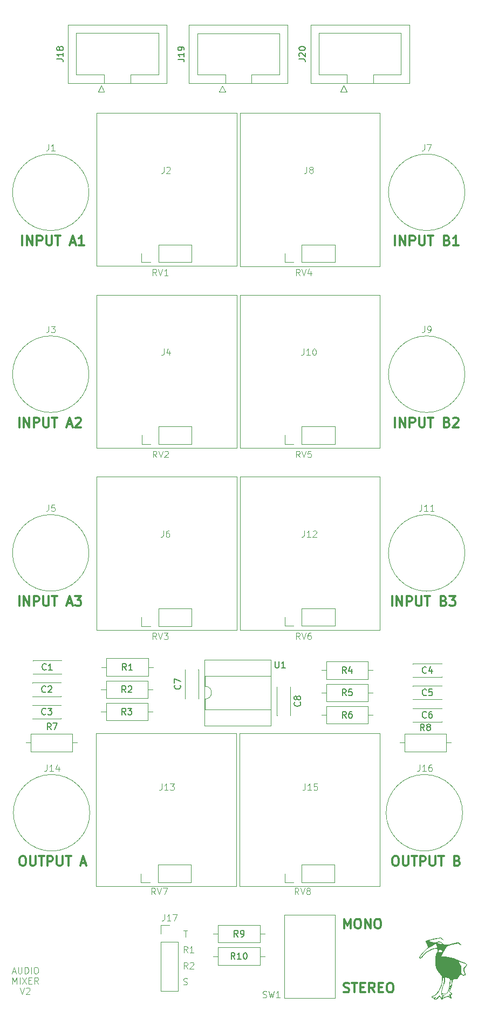
<source format=gbr>
%TF.GenerationSoftware,KiCad,Pcbnew,9.0.6*%
%TF.CreationDate,2026-01-15T14:16:46+11:00*%
%TF.ProjectId,audio-mixer,61756469-6f2d-46d6-9978-65722e6b6963,rev?*%
%TF.SameCoordinates,Original*%
%TF.FileFunction,Legend,Top*%
%TF.FilePolarity,Positive*%
%FSLAX46Y46*%
G04 Gerber Fmt 4.6, Leading zero omitted, Abs format (unit mm)*
G04 Created by KiCad (PCBNEW 9.0.6) date 2026-01-15 14:16:46*
%MOMM*%
%LPD*%
G01*
G04 APERTURE LIST*
%ADD10C,0.300000*%
%ADD11C,0.100000*%
%ADD12C,0.150000*%
%ADD13C,0.120000*%
%ADD14C,0.000000*%
G04 APERTURE END LIST*
D10*
X83554510Y-167300828D02*
X83554510Y-165800828D01*
X83554510Y-165800828D02*
X84054510Y-166872257D01*
X84054510Y-166872257D02*
X84554510Y-165800828D01*
X84554510Y-165800828D02*
X84554510Y-167300828D01*
X85554511Y-165800828D02*
X85840225Y-165800828D01*
X85840225Y-165800828D02*
X85983082Y-165872257D01*
X85983082Y-165872257D02*
X86125939Y-166015114D01*
X86125939Y-166015114D02*
X86197368Y-166300828D01*
X86197368Y-166300828D02*
X86197368Y-166800828D01*
X86197368Y-166800828D02*
X86125939Y-167086542D01*
X86125939Y-167086542D02*
X85983082Y-167229400D01*
X85983082Y-167229400D02*
X85840225Y-167300828D01*
X85840225Y-167300828D02*
X85554511Y-167300828D01*
X85554511Y-167300828D02*
X85411654Y-167229400D01*
X85411654Y-167229400D02*
X85268796Y-167086542D01*
X85268796Y-167086542D02*
X85197368Y-166800828D01*
X85197368Y-166800828D02*
X85197368Y-166300828D01*
X85197368Y-166300828D02*
X85268796Y-166015114D01*
X85268796Y-166015114D02*
X85411654Y-165872257D01*
X85411654Y-165872257D02*
X85554511Y-165800828D01*
X86840225Y-167300828D02*
X86840225Y-165800828D01*
X86840225Y-165800828D02*
X87697368Y-167300828D01*
X87697368Y-167300828D02*
X87697368Y-165800828D01*
X88697369Y-165800828D02*
X88983083Y-165800828D01*
X88983083Y-165800828D02*
X89125940Y-165872257D01*
X89125940Y-165872257D02*
X89268797Y-166015114D01*
X89268797Y-166015114D02*
X89340226Y-166300828D01*
X89340226Y-166300828D02*
X89340226Y-166800828D01*
X89340226Y-166800828D02*
X89268797Y-167086542D01*
X89268797Y-167086542D02*
X89125940Y-167229400D01*
X89125940Y-167229400D02*
X88983083Y-167300828D01*
X88983083Y-167300828D02*
X88697369Y-167300828D01*
X88697369Y-167300828D02*
X88554512Y-167229400D01*
X88554512Y-167229400D02*
X88411654Y-167086542D01*
X88411654Y-167086542D02*
X88340226Y-166800828D01*
X88340226Y-166800828D02*
X88340226Y-166300828D01*
X88340226Y-166300828D02*
X88411654Y-166015114D01*
X88411654Y-166015114D02*
X88554512Y-165872257D01*
X88554512Y-165872257D02*
X88697369Y-165800828D01*
D11*
X58968333Y-173592419D02*
X58635000Y-173116228D01*
X58396905Y-173592419D02*
X58396905Y-172592419D01*
X58396905Y-172592419D02*
X58777857Y-172592419D01*
X58777857Y-172592419D02*
X58873095Y-172640038D01*
X58873095Y-172640038D02*
X58920714Y-172687657D01*
X58920714Y-172687657D02*
X58968333Y-172782895D01*
X58968333Y-172782895D02*
X58968333Y-172925752D01*
X58968333Y-172925752D02*
X58920714Y-173020990D01*
X58920714Y-173020990D02*
X58873095Y-173068609D01*
X58873095Y-173068609D02*
X58777857Y-173116228D01*
X58777857Y-173116228D02*
X58396905Y-173116228D01*
X59349286Y-172687657D02*
X59396905Y-172640038D01*
X59396905Y-172640038D02*
X59492143Y-172592419D01*
X59492143Y-172592419D02*
X59730238Y-172592419D01*
X59730238Y-172592419D02*
X59825476Y-172640038D01*
X59825476Y-172640038D02*
X59873095Y-172687657D01*
X59873095Y-172687657D02*
X59920714Y-172782895D01*
X59920714Y-172782895D02*
X59920714Y-172878133D01*
X59920714Y-172878133D02*
X59873095Y-173020990D01*
X59873095Y-173020990D02*
X59301667Y-173592419D01*
X59301667Y-173592419D02*
X59920714Y-173592419D01*
D10*
X32554510Y-116744478D02*
X32554510Y-115244478D01*
X33268796Y-116744478D02*
X33268796Y-115244478D01*
X33268796Y-115244478D02*
X34125939Y-116744478D01*
X34125939Y-116744478D02*
X34125939Y-115244478D01*
X34840225Y-116744478D02*
X34840225Y-115244478D01*
X34840225Y-115244478D02*
X35411654Y-115244478D01*
X35411654Y-115244478D02*
X35554511Y-115315907D01*
X35554511Y-115315907D02*
X35625940Y-115387335D01*
X35625940Y-115387335D02*
X35697368Y-115530192D01*
X35697368Y-115530192D02*
X35697368Y-115744478D01*
X35697368Y-115744478D02*
X35625940Y-115887335D01*
X35625940Y-115887335D02*
X35554511Y-115958764D01*
X35554511Y-115958764D02*
X35411654Y-116030192D01*
X35411654Y-116030192D02*
X34840225Y-116030192D01*
X36340225Y-115244478D02*
X36340225Y-116458764D01*
X36340225Y-116458764D02*
X36411654Y-116601621D01*
X36411654Y-116601621D02*
X36483083Y-116673050D01*
X36483083Y-116673050D02*
X36625940Y-116744478D01*
X36625940Y-116744478D02*
X36911654Y-116744478D01*
X36911654Y-116744478D02*
X37054511Y-116673050D01*
X37054511Y-116673050D02*
X37125940Y-116601621D01*
X37125940Y-116601621D02*
X37197368Y-116458764D01*
X37197368Y-116458764D02*
X37197368Y-115244478D01*
X37697369Y-115244478D02*
X38554512Y-115244478D01*
X38125940Y-116744478D02*
X38125940Y-115244478D01*
X40125940Y-116315907D02*
X40840226Y-116315907D01*
X39983083Y-116744478D02*
X40483083Y-115244478D01*
X40483083Y-115244478D02*
X40983083Y-116744478D01*
X41340225Y-115244478D02*
X42268797Y-115244478D01*
X42268797Y-115244478D02*
X41768797Y-115815907D01*
X41768797Y-115815907D02*
X41983082Y-115815907D01*
X41983082Y-115815907D02*
X42125940Y-115887335D01*
X42125940Y-115887335D02*
X42197368Y-115958764D01*
X42197368Y-115958764D02*
X42268797Y-116101621D01*
X42268797Y-116101621D02*
X42268797Y-116458764D01*
X42268797Y-116458764D02*
X42197368Y-116601621D01*
X42197368Y-116601621D02*
X42125940Y-116673050D01*
X42125940Y-116673050D02*
X41983082Y-116744478D01*
X41983082Y-116744478D02*
X41554511Y-116744478D01*
X41554511Y-116744478D02*
X41411654Y-116673050D01*
X41411654Y-116673050D02*
X41340225Y-116601621D01*
X32554510Y-88744478D02*
X32554510Y-87244478D01*
X33268796Y-88744478D02*
X33268796Y-87244478D01*
X33268796Y-87244478D02*
X34125939Y-88744478D01*
X34125939Y-88744478D02*
X34125939Y-87244478D01*
X34840225Y-88744478D02*
X34840225Y-87244478D01*
X34840225Y-87244478D02*
X35411654Y-87244478D01*
X35411654Y-87244478D02*
X35554511Y-87315907D01*
X35554511Y-87315907D02*
X35625940Y-87387335D01*
X35625940Y-87387335D02*
X35697368Y-87530192D01*
X35697368Y-87530192D02*
X35697368Y-87744478D01*
X35697368Y-87744478D02*
X35625940Y-87887335D01*
X35625940Y-87887335D02*
X35554511Y-87958764D01*
X35554511Y-87958764D02*
X35411654Y-88030192D01*
X35411654Y-88030192D02*
X34840225Y-88030192D01*
X36340225Y-87244478D02*
X36340225Y-88458764D01*
X36340225Y-88458764D02*
X36411654Y-88601621D01*
X36411654Y-88601621D02*
X36483083Y-88673050D01*
X36483083Y-88673050D02*
X36625940Y-88744478D01*
X36625940Y-88744478D02*
X36911654Y-88744478D01*
X36911654Y-88744478D02*
X37054511Y-88673050D01*
X37054511Y-88673050D02*
X37125940Y-88601621D01*
X37125940Y-88601621D02*
X37197368Y-88458764D01*
X37197368Y-88458764D02*
X37197368Y-87244478D01*
X37697369Y-87244478D02*
X38554512Y-87244478D01*
X38125940Y-88744478D02*
X38125940Y-87244478D01*
X40125940Y-88315907D02*
X40840226Y-88315907D01*
X39983083Y-88744478D02*
X40483083Y-87244478D01*
X40483083Y-87244478D02*
X40983083Y-88744478D01*
X41411654Y-87387335D02*
X41483082Y-87315907D01*
X41483082Y-87315907D02*
X41625940Y-87244478D01*
X41625940Y-87244478D02*
X41983082Y-87244478D01*
X41983082Y-87244478D02*
X42125940Y-87315907D01*
X42125940Y-87315907D02*
X42197368Y-87387335D01*
X42197368Y-87387335D02*
X42268797Y-87530192D01*
X42268797Y-87530192D02*
X42268797Y-87673050D01*
X42268797Y-87673050D02*
X42197368Y-87887335D01*
X42197368Y-87887335D02*
X41340225Y-88744478D01*
X41340225Y-88744478D02*
X42268797Y-88744478D01*
D11*
X58968333Y-171092419D02*
X58635000Y-170616228D01*
X58396905Y-171092419D02*
X58396905Y-170092419D01*
X58396905Y-170092419D02*
X58777857Y-170092419D01*
X58777857Y-170092419D02*
X58873095Y-170140038D01*
X58873095Y-170140038D02*
X58920714Y-170187657D01*
X58920714Y-170187657D02*
X58968333Y-170282895D01*
X58968333Y-170282895D02*
X58968333Y-170425752D01*
X58968333Y-170425752D02*
X58920714Y-170520990D01*
X58920714Y-170520990D02*
X58873095Y-170568609D01*
X58873095Y-170568609D02*
X58777857Y-170616228D01*
X58777857Y-170616228D02*
X58396905Y-170616228D01*
X59920714Y-171092419D02*
X59349286Y-171092419D01*
X59635000Y-171092419D02*
X59635000Y-170092419D01*
X59635000Y-170092419D02*
X59539762Y-170235276D01*
X59539762Y-170235276D02*
X59444524Y-170330514D01*
X59444524Y-170330514D02*
X59349286Y-170378133D01*
X31476191Y-174061760D02*
X31952381Y-174061760D01*
X31380953Y-174347475D02*
X31714286Y-173347475D01*
X31714286Y-173347475D02*
X32047619Y-174347475D01*
X32380953Y-173347475D02*
X32380953Y-174156998D01*
X32380953Y-174156998D02*
X32428572Y-174252236D01*
X32428572Y-174252236D02*
X32476191Y-174299856D01*
X32476191Y-174299856D02*
X32571429Y-174347475D01*
X32571429Y-174347475D02*
X32761905Y-174347475D01*
X32761905Y-174347475D02*
X32857143Y-174299856D01*
X32857143Y-174299856D02*
X32904762Y-174252236D01*
X32904762Y-174252236D02*
X32952381Y-174156998D01*
X32952381Y-174156998D02*
X32952381Y-173347475D01*
X33428572Y-174347475D02*
X33428572Y-173347475D01*
X33428572Y-173347475D02*
X33666667Y-173347475D01*
X33666667Y-173347475D02*
X33809524Y-173395094D01*
X33809524Y-173395094D02*
X33904762Y-173490332D01*
X33904762Y-173490332D02*
X33952381Y-173585570D01*
X33952381Y-173585570D02*
X34000000Y-173776046D01*
X34000000Y-173776046D02*
X34000000Y-173918903D01*
X34000000Y-173918903D02*
X33952381Y-174109379D01*
X33952381Y-174109379D02*
X33904762Y-174204617D01*
X33904762Y-174204617D02*
X33809524Y-174299856D01*
X33809524Y-174299856D02*
X33666667Y-174347475D01*
X33666667Y-174347475D02*
X33428572Y-174347475D01*
X34428572Y-174347475D02*
X34428572Y-173347475D01*
X35095238Y-173347475D02*
X35285714Y-173347475D01*
X35285714Y-173347475D02*
X35380952Y-173395094D01*
X35380952Y-173395094D02*
X35476190Y-173490332D01*
X35476190Y-173490332D02*
X35523809Y-173680808D01*
X35523809Y-173680808D02*
X35523809Y-174014141D01*
X35523809Y-174014141D02*
X35476190Y-174204617D01*
X35476190Y-174204617D02*
X35380952Y-174299856D01*
X35380952Y-174299856D02*
X35285714Y-174347475D01*
X35285714Y-174347475D02*
X35095238Y-174347475D01*
X35095238Y-174347475D02*
X35000000Y-174299856D01*
X35000000Y-174299856D02*
X34904762Y-174204617D01*
X34904762Y-174204617D02*
X34857143Y-174014141D01*
X34857143Y-174014141D02*
X34857143Y-173680808D01*
X34857143Y-173680808D02*
X34904762Y-173490332D01*
X34904762Y-173490332D02*
X35000000Y-173395094D01*
X35000000Y-173395094D02*
X35095238Y-173347475D01*
X31500000Y-175957419D02*
X31500000Y-174957419D01*
X31500000Y-174957419D02*
X31833333Y-175671704D01*
X31833333Y-175671704D02*
X32166666Y-174957419D01*
X32166666Y-174957419D02*
X32166666Y-175957419D01*
X32642857Y-175957419D02*
X32642857Y-174957419D01*
X33023809Y-174957419D02*
X33690475Y-175957419D01*
X33690475Y-174957419D02*
X33023809Y-175957419D01*
X34071428Y-175433609D02*
X34404761Y-175433609D01*
X34547618Y-175957419D02*
X34071428Y-175957419D01*
X34071428Y-175957419D02*
X34071428Y-174957419D01*
X34071428Y-174957419D02*
X34547618Y-174957419D01*
X35547618Y-175957419D02*
X35214285Y-175481228D01*
X34976190Y-175957419D02*
X34976190Y-174957419D01*
X34976190Y-174957419D02*
X35357142Y-174957419D01*
X35357142Y-174957419D02*
X35452380Y-175005038D01*
X35452380Y-175005038D02*
X35499999Y-175052657D01*
X35499999Y-175052657D02*
X35547618Y-175147895D01*
X35547618Y-175147895D02*
X35547618Y-175290752D01*
X35547618Y-175290752D02*
X35499999Y-175385990D01*
X35499999Y-175385990D02*
X35452380Y-175433609D01*
X35452380Y-175433609D02*
X35357142Y-175481228D01*
X35357142Y-175481228D02*
X34976190Y-175481228D01*
X32690476Y-176567363D02*
X33023809Y-177567363D01*
X33023809Y-177567363D02*
X33357142Y-176567363D01*
X33642857Y-176662601D02*
X33690476Y-176614982D01*
X33690476Y-176614982D02*
X33785714Y-176567363D01*
X33785714Y-176567363D02*
X34023809Y-176567363D01*
X34023809Y-176567363D02*
X34119047Y-176614982D01*
X34119047Y-176614982D02*
X34166666Y-176662601D01*
X34166666Y-176662601D02*
X34214285Y-176757839D01*
X34214285Y-176757839D02*
X34214285Y-176853077D01*
X34214285Y-176853077D02*
X34166666Y-176995934D01*
X34166666Y-176995934D02*
X33595238Y-177567363D01*
X33595238Y-177567363D02*
X34214285Y-177567363D01*
X58349286Y-167592419D02*
X58920714Y-167592419D01*
X58635000Y-168592419D02*
X58635000Y-167592419D01*
D10*
X32975225Y-155960766D02*
X33260939Y-155960766D01*
X33260939Y-155960766D02*
X33403796Y-156032195D01*
X33403796Y-156032195D02*
X33546653Y-156175052D01*
X33546653Y-156175052D02*
X33618082Y-156460766D01*
X33618082Y-156460766D02*
X33618082Y-156960766D01*
X33618082Y-156960766D02*
X33546653Y-157246480D01*
X33546653Y-157246480D02*
X33403796Y-157389338D01*
X33403796Y-157389338D02*
X33260939Y-157460766D01*
X33260939Y-157460766D02*
X32975225Y-157460766D01*
X32975225Y-157460766D02*
X32832368Y-157389338D01*
X32832368Y-157389338D02*
X32689510Y-157246480D01*
X32689510Y-157246480D02*
X32618082Y-156960766D01*
X32618082Y-156960766D02*
X32618082Y-156460766D01*
X32618082Y-156460766D02*
X32689510Y-156175052D01*
X32689510Y-156175052D02*
X32832368Y-156032195D01*
X32832368Y-156032195D02*
X32975225Y-155960766D01*
X34260939Y-155960766D02*
X34260939Y-157175052D01*
X34260939Y-157175052D02*
X34332368Y-157317909D01*
X34332368Y-157317909D02*
X34403797Y-157389338D01*
X34403797Y-157389338D02*
X34546654Y-157460766D01*
X34546654Y-157460766D02*
X34832368Y-157460766D01*
X34832368Y-157460766D02*
X34975225Y-157389338D01*
X34975225Y-157389338D02*
X35046654Y-157317909D01*
X35046654Y-157317909D02*
X35118082Y-157175052D01*
X35118082Y-157175052D02*
X35118082Y-155960766D01*
X35618083Y-155960766D02*
X36475226Y-155960766D01*
X36046654Y-157460766D02*
X36046654Y-155960766D01*
X36975225Y-157460766D02*
X36975225Y-155960766D01*
X36975225Y-155960766D02*
X37546654Y-155960766D01*
X37546654Y-155960766D02*
X37689511Y-156032195D01*
X37689511Y-156032195D02*
X37760940Y-156103623D01*
X37760940Y-156103623D02*
X37832368Y-156246480D01*
X37832368Y-156246480D02*
X37832368Y-156460766D01*
X37832368Y-156460766D02*
X37760940Y-156603623D01*
X37760940Y-156603623D02*
X37689511Y-156675052D01*
X37689511Y-156675052D02*
X37546654Y-156746480D01*
X37546654Y-156746480D02*
X36975225Y-156746480D01*
X38475225Y-155960766D02*
X38475225Y-157175052D01*
X38475225Y-157175052D02*
X38546654Y-157317909D01*
X38546654Y-157317909D02*
X38618083Y-157389338D01*
X38618083Y-157389338D02*
X38760940Y-157460766D01*
X38760940Y-157460766D02*
X39046654Y-157460766D01*
X39046654Y-157460766D02*
X39189511Y-157389338D01*
X39189511Y-157389338D02*
X39260940Y-157317909D01*
X39260940Y-157317909D02*
X39332368Y-157175052D01*
X39332368Y-157175052D02*
X39332368Y-155960766D01*
X39832369Y-155960766D02*
X40689512Y-155960766D01*
X40260940Y-157460766D02*
X40260940Y-155960766D01*
X42260940Y-157032195D02*
X42975226Y-157032195D01*
X42118083Y-157460766D02*
X42618083Y-155960766D01*
X42618083Y-155960766D02*
X43118083Y-157460766D01*
X91554510Y-60244478D02*
X91554510Y-58744478D01*
X92268796Y-60244478D02*
X92268796Y-58744478D01*
X92268796Y-58744478D02*
X93125939Y-60244478D01*
X93125939Y-60244478D02*
X93125939Y-58744478D01*
X93840225Y-60244478D02*
X93840225Y-58744478D01*
X93840225Y-58744478D02*
X94411654Y-58744478D01*
X94411654Y-58744478D02*
X94554511Y-58815907D01*
X94554511Y-58815907D02*
X94625940Y-58887335D01*
X94625940Y-58887335D02*
X94697368Y-59030192D01*
X94697368Y-59030192D02*
X94697368Y-59244478D01*
X94697368Y-59244478D02*
X94625940Y-59387335D01*
X94625940Y-59387335D02*
X94554511Y-59458764D01*
X94554511Y-59458764D02*
X94411654Y-59530192D01*
X94411654Y-59530192D02*
X93840225Y-59530192D01*
X95340225Y-58744478D02*
X95340225Y-59958764D01*
X95340225Y-59958764D02*
X95411654Y-60101621D01*
X95411654Y-60101621D02*
X95483083Y-60173050D01*
X95483083Y-60173050D02*
X95625940Y-60244478D01*
X95625940Y-60244478D02*
X95911654Y-60244478D01*
X95911654Y-60244478D02*
X96054511Y-60173050D01*
X96054511Y-60173050D02*
X96125940Y-60101621D01*
X96125940Y-60101621D02*
X96197368Y-59958764D01*
X96197368Y-59958764D02*
X96197368Y-58744478D01*
X96697369Y-58744478D02*
X97554512Y-58744478D01*
X97125940Y-60244478D02*
X97125940Y-58744478D01*
X99697368Y-59458764D02*
X99911654Y-59530192D01*
X99911654Y-59530192D02*
X99983083Y-59601621D01*
X99983083Y-59601621D02*
X100054511Y-59744478D01*
X100054511Y-59744478D02*
X100054511Y-59958764D01*
X100054511Y-59958764D02*
X99983083Y-60101621D01*
X99983083Y-60101621D02*
X99911654Y-60173050D01*
X99911654Y-60173050D02*
X99768797Y-60244478D01*
X99768797Y-60244478D02*
X99197368Y-60244478D01*
X99197368Y-60244478D02*
X99197368Y-58744478D01*
X99197368Y-58744478D02*
X99697368Y-58744478D01*
X99697368Y-58744478D02*
X99840226Y-58815907D01*
X99840226Y-58815907D02*
X99911654Y-58887335D01*
X99911654Y-58887335D02*
X99983083Y-59030192D01*
X99983083Y-59030192D02*
X99983083Y-59173050D01*
X99983083Y-59173050D02*
X99911654Y-59315907D01*
X99911654Y-59315907D02*
X99840226Y-59387335D01*
X99840226Y-59387335D02*
X99697368Y-59458764D01*
X99697368Y-59458764D02*
X99197368Y-59458764D01*
X101483083Y-60244478D02*
X100625940Y-60244478D01*
X101054511Y-60244478D02*
X101054511Y-58744478D01*
X101054511Y-58744478D02*
X100911654Y-58958764D01*
X100911654Y-58958764D02*
X100768797Y-59101621D01*
X100768797Y-59101621D02*
X100625940Y-59173050D01*
X91475225Y-155960766D02*
X91760939Y-155960766D01*
X91760939Y-155960766D02*
X91903796Y-156032195D01*
X91903796Y-156032195D02*
X92046653Y-156175052D01*
X92046653Y-156175052D02*
X92118082Y-156460766D01*
X92118082Y-156460766D02*
X92118082Y-156960766D01*
X92118082Y-156960766D02*
X92046653Y-157246480D01*
X92046653Y-157246480D02*
X91903796Y-157389338D01*
X91903796Y-157389338D02*
X91760939Y-157460766D01*
X91760939Y-157460766D02*
X91475225Y-157460766D01*
X91475225Y-157460766D02*
X91332368Y-157389338D01*
X91332368Y-157389338D02*
X91189510Y-157246480D01*
X91189510Y-157246480D02*
X91118082Y-156960766D01*
X91118082Y-156960766D02*
X91118082Y-156460766D01*
X91118082Y-156460766D02*
X91189510Y-156175052D01*
X91189510Y-156175052D02*
X91332368Y-156032195D01*
X91332368Y-156032195D02*
X91475225Y-155960766D01*
X92760939Y-155960766D02*
X92760939Y-157175052D01*
X92760939Y-157175052D02*
X92832368Y-157317909D01*
X92832368Y-157317909D02*
X92903797Y-157389338D01*
X92903797Y-157389338D02*
X93046654Y-157460766D01*
X93046654Y-157460766D02*
X93332368Y-157460766D01*
X93332368Y-157460766D02*
X93475225Y-157389338D01*
X93475225Y-157389338D02*
X93546654Y-157317909D01*
X93546654Y-157317909D02*
X93618082Y-157175052D01*
X93618082Y-157175052D02*
X93618082Y-155960766D01*
X94118083Y-155960766D02*
X94975226Y-155960766D01*
X94546654Y-157460766D02*
X94546654Y-155960766D01*
X95475225Y-157460766D02*
X95475225Y-155960766D01*
X95475225Y-155960766D02*
X96046654Y-155960766D01*
X96046654Y-155960766D02*
X96189511Y-156032195D01*
X96189511Y-156032195D02*
X96260940Y-156103623D01*
X96260940Y-156103623D02*
X96332368Y-156246480D01*
X96332368Y-156246480D02*
X96332368Y-156460766D01*
X96332368Y-156460766D02*
X96260940Y-156603623D01*
X96260940Y-156603623D02*
X96189511Y-156675052D01*
X96189511Y-156675052D02*
X96046654Y-156746480D01*
X96046654Y-156746480D02*
X95475225Y-156746480D01*
X96975225Y-155960766D02*
X96975225Y-157175052D01*
X96975225Y-157175052D02*
X97046654Y-157317909D01*
X97046654Y-157317909D02*
X97118083Y-157389338D01*
X97118083Y-157389338D02*
X97260940Y-157460766D01*
X97260940Y-157460766D02*
X97546654Y-157460766D01*
X97546654Y-157460766D02*
X97689511Y-157389338D01*
X97689511Y-157389338D02*
X97760940Y-157317909D01*
X97760940Y-157317909D02*
X97832368Y-157175052D01*
X97832368Y-157175052D02*
X97832368Y-155960766D01*
X98332369Y-155960766D02*
X99189512Y-155960766D01*
X98760940Y-157460766D02*
X98760940Y-155960766D01*
X101332368Y-156675052D02*
X101546654Y-156746480D01*
X101546654Y-156746480D02*
X101618083Y-156817909D01*
X101618083Y-156817909D02*
X101689511Y-156960766D01*
X101689511Y-156960766D02*
X101689511Y-157175052D01*
X101689511Y-157175052D02*
X101618083Y-157317909D01*
X101618083Y-157317909D02*
X101546654Y-157389338D01*
X101546654Y-157389338D02*
X101403797Y-157460766D01*
X101403797Y-157460766D02*
X100832368Y-157460766D01*
X100832368Y-157460766D02*
X100832368Y-155960766D01*
X100832368Y-155960766D02*
X101332368Y-155960766D01*
X101332368Y-155960766D02*
X101475226Y-156032195D01*
X101475226Y-156032195D02*
X101546654Y-156103623D01*
X101546654Y-156103623D02*
X101618083Y-156246480D01*
X101618083Y-156246480D02*
X101618083Y-156389338D01*
X101618083Y-156389338D02*
X101546654Y-156532195D01*
X101546654Y-156532195D02*
X101475226Y-156603623D01*
X101475226Y-156603623D02*
X101332368Y-156675052D01*
X101332368Y-156675052D02*
X100832368Y-156675052D01*
X91054510Y-116744478D02*
X91054510Y-115244478D01*
X91768796Y-116744478D02*
X91768796Y-115244478D01*
X91768796Y-115244478D02*
X92625939Y-116744478D01*
X92625939Y-116744478D02*
X92625939Y-115244478D01*
X93340225Y-116744478D02*
X93340225Y-115244478D01*
X93340225Y-115244478D02*
X93911654Y-115244478D01*
X93911654Y-115244478D02*
X94054511Y-115315907D01*
X94054511Y-115315907D02*
X94125940Y-115387335D01*
X94125940Y-115387335D02*
X94197368Y-115530192D01*
X94197368Y-115530192D02*
X94197368Y-115744478D01*
X94197368Y-115744478D02*
X94125940Y-115887335D01*
X94125940Y-115887335D02*
X94054511Y-115958764D01*
X94054511Y-115958764D02*
X93911654Y-116030192D01*
X93911654Y-116030192D02*
X93340225Y-116030192D01*
X94840225Y-115244478D02*
X94840225Y-116458764D01*
X94840225Y-116458764D02*
X94911654Y-116601621D01*
X94911654Y-116601621D02*
X94983083Y-116673050D01*
X94983083Y-116673050D02*
X95125940Y-116744478D01*
X95125940Y-116744478D02*
X95411654Y-116744478D01*
X95411654Y-116744478D02*
X95554511Y-116673050D01*
X95554511Y-116673050D02*
X95625940Y-116601621D01*
X95625940Y-116601621D02*
X95697368Y-116458764D01*
X95697368Y-116458764D02*
X95697368Y-115244478D01*
X96197369Y-115244478D02*
X97054512Y-115244478D01*
X96625940Y-116744478D02*
X96625940Y-115244478D01*
X99197368Y-115958764D02*
X99411654Y-116030192D01*
X99411654Y-116030192D02*
X99483083Y-116101621D01*
X99483083Y-116101621D02*
X99554511Y-116244478D01*
X99554511Y-116244478D02*
X99554511Y-116458764D01*
X99554511Y-116458764D02*
X99483083Y-116601621D01*
X99483083Y-116601621D02*
X99411654Y-116673050D01*
X99411654Y-116673050D02*
X99268797Y-116744478D01*
X99268797Y-116744478D02*
X98697368Y-116744478D01*
X98697368Y-116744478D02*
X98697368Y-115244478D01*
X98697368Y-115244478D02*
X99197368Y-115244478D01*
X99197368Y-115244478D02*
X99340226Y-115315907D01*
X99340226Y-115315907D02*
X99411654Y-115387335D01*
X99411654Y-115387335D02*
X99483083Y-115530192D01*
X99483083Y-115530192D02*
X99483083Y-115673050D01*
X99483083Y-115673050D02*
X99411654Y-115815907D01*
X99411654Y-115815907D02*
X99340226Y-115887335D01*
X99340226Y-115887335D02*
X99197368Y-115958764D01*
X99197368Y-115958764D02*
X98697368Y-115958764D01*
X100054511Y-115244478D02*
X100983083Y-115244478D01*
X100983083Y-115244478D02*
X100483083Y-115815907D01*
X100483083Y-115815907D02*
X100697368Y-115815907D01*
X100697368Y-115815907D02*
X100840226Y-115887335D01*
X100840226Y-115887335D02*
X100911654Y-115958764D01*
X100911654Y-115958764D02*
X100983083Y-116101621D01*
X100983083Y-116101621D02*
X100983083Y-116458764D01*
X100983083Y-116458764D02*
X100911654Y-116601621D01*
X100911654Y-116601621D02*
X100840226Y-116673050D01*
X100840226Y-116673050D02*
X100697368Y-116744478D01*
X100697368Y-116744478D02*
X100268797Y-116744478D01*
X100268797Y-116744478D02*
X100125940Y-116673050D01*
X100125940Y-116673050D02*
X100054511Y-116601621D01*
X91554510Y-88744478D02*
X91554510Y-87244478D01*
X92268796Y-88744478D02*
X92268796Y-87244478D01*
X92268796Y-87244478D02*
X93125939Y-88744478D01*
X93125939Y-88744478D02*
X93125939Y-87244478D01*
X93840225Y-88744478D02*
X93840225Y-87244478D01*
X93840225Y-87244478D02*
X94411654Y-87244478D01*
X94411654Y-87244478D02*
X94554511Y-87315907D01*
X94554511Y-87315907D02*
X94625940Y-87387335D01*
X94625940Y-87387335D02*
X94697368Y-87530192D01*
X94697368Y-87530192D02*
X94697368Y-87744478D01*
X94697368Y-87744478D02*
X94625940Y-87887335D01*
X94625940Y-87887335D02*
X94554511Y-87958764D01*
X94554511Y-87958764D02*
X94411654Y-88030192D01*
X94411654Y-88030192D02*
X93840225Y-88030192D01*
X95340225Y-87244478D02*
X95340225Y-88458764D01*
X95340225Y-88458764D02*
X95411654Y-88601621D01*
X95411654Y-88601621D02*
X95483083Y-88673050D01*
X95483083Y-88673050D02*
X95625940Y-88744478D01*
X95625940Y-88744478D02*
X95911654Y-88744478D01*
X95911654Y-88744478D02*
X96054511Y-88673050D01*
X96054511Y-88673050D02*
X96125940Y-88601621D01*
X96125940Y-88601621D02*
X96197368Y-88458764D01*
X96197368Y-88458764D02*
X96197368Y-87244478D01*
X96697369Y-87244478D02*
X97554512Y-87244478D01*
X97125940Y-88744478D02*
X97125940Y-87244478D01*
X99697368Y-87958764D02*
X99911654Y-88030192D01*
X99911654Y-88030192D02*
X99983083Y-88101621D01*
X99983083Y-88101621D02*
X100054511Y-88244478D01*
X100054511Y-88244478D02*
X100054511Y-88458764D01*
X100054511Y-88458764D02*
X99983083Y-88601621D01*
X99983083Y-88601621D02*
X99911654Y-88673050D01*
X99911654Y-88673050D02*
X99768797Y-88744478D01*
X99768797Y-88744478D02*
X99197368Y-88744478D01*
X99197368Y-88744478D02*
X99197368Y-87244478D01*
X99197368Y-87244478D02*
X99697368Y-87244478D01*
X99697368Y-87244478D02*
X99840226Y-87315907D01*
X99840226Y-87315907D02*
X99911654Y-87387335D01*
X99911654Y-87387335D02*
X99983083Y-87530192D01*
X99983083Y-87530192D02*
X99983083Y-87673050D01*
X99983083Y-87673050D02*
X99911654Y-87815907D01*
X99911654Y-87815907D02*
X99840226Y-87887335D01*
X99840226Y-87887335D02*
X99697368Y-87958764D01*
X99697368Y-87958764D02*
X99197368Y-87958764D01*
X100625940Y-87387335D02*
X100697368Y-87315907D01*
X100697368Y-87315907D02*
X100840226Y-87244478D01*
X100840226Y-87244478D02*
X101197368Y-87244478D01*
X101197368Y-87244478D02*
X101340226Y-87315907D01*
X101340226Y-87315907D02*
X101411654Y-87387335D01*
X101411654Y-87387335D02*
X101483083Y-87530192D01*
X101483083Y-87530192D02*
X101483083Y-87673050D01*
X101483083Y-87673050D02*
X101411654Y-87887335D01*
X101411654Y-87887335D02*
X100554511Y-88744478D01*
X100554511Y-88744478D02*
X101483083Y-88744478D01*
X33054510Y-60244478D02*
X33054510Y-58744478D01*
X33768796Y-60244478D02*
X33768796Y-58744478D01*
X33768796Y-58744478D02*
X34625939Y-60244478D01*
X34625939Y-60244478D02*
X34625939Y-58744478D01*
X35340225Y-60244478D02*
X35340225Y-58744478D01*
X35340225Y-58744478D02*
X35911654Y-58744478D01*
X35911654Y-58744478D02*
X36054511Y-58815907D01*
X36054511Y-58815907D02*
X36125940Y-58887335D01*
X36125940Y-58887335D02*
X36197368Y-59030192D01*
X36197368Y-59030192D02*
X36197368Y-59244478D01*
X36197368Y-59244478D02*
X36125940Y-59387335D01*
X36125940Y-59387335D02*
X36054511Y-59458764D01*
X36054511Y-59458764D02*
X35911654Y-59530192D01*
X35911654Y-59530192D02*
X35340225Y-59530192D01*
X36840225Y-58744478D02*
X36840225Y-59958764D01*
X36840225Y-59958764D02*
X36911654Y-60101621D01*
X36911654Y-60101621D02*
X36983083Y-60173050D01*
X36983083Y-60173050D02*
X37125940Y-60244478D01*
X37125940Y-60244478D02*
X37411654Y-60244478D01*
X37411654Y-60244478D02*
X37554511Y-60173050D01*
X37554511Y-60173050D02*
X37625940Y-60101621D01*
X37625940Y-60101621D02*
X37697368Y-59958764D01*
X37697368Y-59958764D02*
X37697368Y-58744478D01*
X38197369Y-58744478D02*
X39054512Y-58744478D01*
X38625940Y-60244478D02*
X38625940Y-58744478D01*
X40625940Y-59815907D02*
X41340226Y-59815907D01*
X40483083Y-60244478D02*
X40983083Y-58744478D01*
X40983083Y-58744478D02*
X41483083Y-60244478D01*
X42768797Y-60244478D02*
X41911654Y-60244478D01*
X42340225Y-60244478D02*
X42340225Y-58744478D01*
X42340225Y-58744478D02*
X42197368Y-58958764D01*
X42197368Y-58958764D02*
X42054511Y-59101621D01*
X42054511Y-59101621D02*
X41911654Y-59173050D01*
D11*
X58349286Y-176044800D02*
X58492143Y-176092419D01*
X58492143Y-176092419D02*
X58730238Y-176092419D01*
X58730238Y-176092419D02*
X58825476Y-176044800D01*
X58825476Y-176044800D02*
X58873095Y-175997180D01*
X58873095Y-175997180D02*
X58920714Y-175901942D01*
X58920714Y-175901942D02*
X58920714Y-175806704D01*
X58920714Y-175806704D02*
X58873095Y-175711466D01*
X58873095Y-175711466D02*
X58825476Y-175663847D01*
X58825476Y-175663847D02*
X58730238Y-175616228D01*
X58730238Y-175616228D02*
X58539762Y-175568609D01*
X58539762Y-175568609D02*
X58444524Y-175520990D01*
X58444524Y-175520990D02*
X58396905Y-175473371D01*
X58396905Y-175473371D02*
X58349286Y-175378133D01*
X58349286Y-175378133D02*
X58349286Y-175282895D01*
X58349286Y-175282895D02*
X58396905Y-175187657D01*
X58396905Y-175187657D02*
X58444524Y-175140038D01*
X58444524Y-175140038D02*
X58539762Y-175092419D01*
X58539762Y-175092419D02*
X58777857Y-175092419D01*
X58777857Y-175092419D02*
X58920714Y-175140038D01*
D10*
X83483082Y-177229400D02*
X83697368Y-177300828D01*
X83697368Y-177300828D02*
X84054510Y-177300828D01*
X84054510Y-177300828D02*
X84197368Y-177229400D01*
X84197368Y-177229400D02*
X84268796Y-177157971D01*
X84268796Y-177157971D02*
X84340225Y-177015114D01*
X84340225Y-177015114D02*
X84340225Y-176872257D01*
X84340225Y-176872257D02*
X84268796Y-176729400D01*
X84268796Y-176729400D02*
X84197368Y-176657971D01*
X84197368Y-176657971D02*
X84054510Y-176586542D01*
X84054510Y-176586542D02*
X83768796Y-176515114D01*
X83768796Y-176515114D02*
X83625939Y-176443685D01*
X83625939Y-176443685D02*
X83554510Y-176372257D01*
X83554510Y-176372257D02*
X83483082Y-176229400D01*
X83483082Y-176229400D02*
X83483082Y-176086542D01*
X83483082Y-176086542D02*
X83554510Y-175943685D01*
X83554510Y-175943685D02*
X83625939Y-175872257D01*
X83625939Y-175872257D02*
X83768796Y-175800828D01*
X83768796Y-175800828D02*
X84125939Y-175800828D01*
X84125939Y-175800828D02*
X84340225Y-175872257D01*
X84768796Y-175800828D02*
X85625939Y-175800828D01*
X85197367Y-177300828D02*
X85197367Y-175800828D01*
X86125938Y-176515114D02*
X86625938Y-176515114D01*
X86840224Y-177300828D02*
X86125938Y-177300828D01*
X86125938Y-177300828D02*
X86125938Y-175800828D01*
X86125938Y-175800828D02*
X86840224Y-175800828D01*
X88340224Y-177300828D02*
X87840224Y-176586542D01*
X87483081Y-177300828D02*
X87483081Y-175800828D01*
X87483081Y-175800828D02*
X88054510Y-175800828D01*
X88054510Y-175800828D02*
X88197367Y-175872257D01*
X88197367Y-175872257D02*
X88268796Y-175943685D01*
X88268796Y-175943685D02*
X88340224Y-176086542D01*
X88340224Y-176086542D02*
X88340224Y-176300828D01*
X88340224Y-176300828D02*
X88268796Y-176443685D01*
X88268796Y-176443685D02*
X88197367Y-176515114D01*
X88197367Y-176515114D02*
X88054510Y-176586542D01*
X88054510Y-176586542D02*
X87483081Y-176586542D01*
X88983081Y-176515114D02*
X89483081Y-176515114D01*
X89697367Y-177300828D02*
X88983081Y-177300828D01*
X88983081Y-177300828D02*
X88983081Y-175800828D01*
X88983081Y-175800828D02*
X89697367Y-175800828D01*
X90625939Y-175800828D02*
X90911653Y-175800828D01*
X90911653Y-175800828D02*
X91054510Y-175872257D01*
X91054510Y-175872257D02*
X91197367Y-176015114D01*
X91197367Y-176015114D02*
X91268796Y-176300828D01*
X91268796Y-176300828D02*
X91268796Y-176800828D01*
X91268796Y-176800828D02*
X91197367Y-177086542D01*
X91197367Y-177086542D02*
X91054510Y-177229400D01*
X91054510Y-177229400D02*
X90911653Y-177300828D01*
X90911653Y-177300828D02*
X90625939Y-177300828D01*
X90625939Y-177300828D02*
X90483082Y-177229400D01*
X90483082Y-177229400D02*
X90340224Y-177086542D01*
X90340224Y-177086542D02*
X90268796Y-176800828D01*
X90268796Y-176800828D02*
X90268796Y-176300828D01*
X90268796Y-176300828D02*
X90340224Y-176015114D01*
X90340224Y-176015114D02*
X90483082Y-175872257D01*
X90483082Y-175872257D02*
X90625939Y-175800828D01*
D12*
X76454819Y-31079523D02*
X77169104Y-31079523D01*
X77169104Y-31079523D02*
X77311961Y-31127142D01*
X77311961Y-31127142D02*
X77407200Y-31222380D01*
X77407200Y-31222380D02*
X77454819Y-31365237D01*
X77454819Y-31365237D02*
X77454819Y-31460475D01*
X76550057Y-30650951D02*
X76502438Y-30603332D01*
X76502438Y-30603332D02*
X76454819Y-30508094D01*
X76454819Y-30508094D02*
X76454819Y-30269999D01*
X76454819Y-30269999D02*
X76502438Y-30174761D01*
X76502438Y-30174761D02*
X76550057Y-30127142D01*
X76550057Y-30127142D02*
X76645295Y-30079523D01*
X76645295Y-30079523D02*
X76740533Y-30079523D01*
X76740533Y-30079523D02*
X76883390Y-30127142D01*
X76883390Y-30127142D02*
X77454819Y-30698570D01*
X77454819Y-30698570D02*
X77454819Y-30079523D01*
X76454819Y-29460475D02*
X76454819Y-29365237D01*
X76454819Y-29365237D02*
X76502438Y-29269999D01*
X76502438Y-29269999D02*
X76550057Y-29222380D01*
X76550057Y-29222380D02*
X76645295Y-29174761D01*
X76645295Y-29174761D02*
X76835771Y-29127142D01*
X76835771Y-29127142D02*
X77073866Y-29127142D01*
X77073866Y-29127142D02*
X77264342Y-29174761D01*
X77264342Y-29174761D02*
X77359580Y-29222380D01*
X77359580Y-29222380D02*
X77407200Y-29269999D01*
X77407200Y-29269999D02*
X77454819Y-29365237D01*
X77454819Y-29365237D02*
X77454819Y-29460475D01*
X77454819Y-29460475D02*
X77407200Y-29555713D01*
X77407200Y-29555713D02*
X77359580Y-29603332D01*
X77359580Y-29603332D02*
X77264342Y-29650951D01*
X77264342Y-29650951D02*
X77073866Y-29698570D01*
X77073866Y-29698570D02*
X76835771Y-29698570D01*
X76835771Y-29698570D02*
X76645295Y-29650951D01*
X76645295Y-29650951D02*
X76550057Y-29603332D01*
X76550057Y-29603332D02*
X76502438Y-29555713D01*
X76502438Y-29555713D02*
X76454819Y-29460475D01*
D11*
X77270476Y-104957419D02*
X77270476Y-105671704D01*
X77270476Y-105671704D02*
X77222857Y-105814561D01*
X77222857Y-105814561D02*
X77127619Y-105909800D01*
X77127619Y-105909800D02*
X76984762Y-105957419D01*
X76984762Y-105957419D02*
X76889524Y-105957419D01*
X78270476Y-105957419D02*
X77699048Y-105957419D01*
X77984762Y-105957419D02*
X77984762Y-104957419D01*
X77984762Y-104957419D02*
X77889524Y-105100276D01*
X77889524Y-105100276D02*
X77794286Y-105195514D01*
X77794286Y-105195514D02*
X77699048Y-105243133D01*
X78651429Y-105052657D02*
X78699048Y-105005038D01*
X78699048Y-105005038D02*
X78794286Y-104957419D01*
X78794286Y-104957419D02*
X79032381Y-104957419D01*
X79032381Y-104957419D02*
X79127619Y-105005038D01*
X79127619Y-105005038D02*
X79175238Y-105052657D01*
X79175238Y-105052657D02*
X79222857Y-105147895D01*
X79222857Y-105147895D02*
X79222857Y-105243133D01*
X79222857Y-105243133D02*
X79175238Y-105385990D01*
X79175238Y-105385990D02*
X78603810Y-105957419D01*
X78603810Y-105957419D02*
X79222857Y-105957419D01*
D12*
X57454819Y-31095023D02*
X58169104Y-31095023D01*
X58169104Y-31095023D02*
X58311961Y-31142642D01*
X58311961Y-31142642D02*
X58407200Y-31237880D01*
X58407200Y-31237880D02*
X58454819Y-31380737D01*
X58454819Y-31380737D02*
X58454819Y-31475975D01*
X58454819Y-30095023D02*
X58454819Y-30666451D01*
X58454819Y-30380737D02*
X57454819Y-30380737D01*
X57454819Y-30380737D02*
X57597676Y-30475975D01*
X57597676Y-30475975D02*
X57692914Y-30571213D01*
X57692914Y-30571213D02*
X57740533Y-30666451D01*
X58454819Y-29618832D02*
X58454819Y-29428356D01*
X58454819Y-29428356D02*
X58407200Y-29333118D01*
X58407200Y-29333118D02*
X58359580Y-29285499D01*
X58359580Y-29285499D02*
X58216723Y-29190261D01*
X58216723Y-29190261D02*
X58026247Y-29142642D01*
X58026247Y-29142642D02*
X57645295Y-29142642D01*
X57645295Y-29142642D02*
X57550057Y-29190261D01*
X57550057Y-29190261D02*
X57502438Y-29237880D01*
X57502438Y-29237880D02*
X57454819Y-29333118D01*
X57454819Y-29333118D02*
X57454819Y-29523594D01*
X57454819Y-29523594D02*
X57502438Y-29618832D01*
X57502438Y-29618832D02*
X57550057Y-29666451D01*
X57550057Y-29666451D02*
X57645295Y-29714070D01*
X57645295Y-29714070D02*
X57883390Y-29714070D01*
X57883390Y-29714070D02*
X57978628Y-29666451D01*
X57978628Y-29666451D02*
X58026247Y-29618832D01*
X58026247Y-29618832D02*
X58073866Y-29523594D01*
X58073866Y-29523594D02*
X58073866Y-29333118D01*
X58073866Y-29333118D02*
X58026247Y-29237880D01*
X58026247Y-29237880D02*
X57978628Y-29190261D01*
X57978628Y-29190261D02*
X57883390Y-29142642D01*
X83866068Y-134297021D02*
X83532735Y-133820830D01*
X83294640Y-134297021D02*
X83294640Y-133297021D01*
X83294640Y-133297021D02*
X83675592Y-133297021D01*
X83675592Y-133297021D02*
X83770830Y-133344640D01*
X83770830Y-133344640D02*
X83818449Y-133392259D01*
X83818449Y-133392259D02*
X83866068Y-133487497D01*
X83866068Y-133487497D02*
X83866068Y-133630354D01*
X83866068Y-133630354D02*
X83818449Y-133725592D01*
X83818449Y-133725592D02*
X83770830Y-133773211D01*
X83770830Y-133773211D02*
X83675592Y-133820830D01*
X83675592Y-133820830D02*
X83294640Y-133820830D01*
X84723211Y-133297021D02*
X84532735Y-133297021D01*
X84532735Y-133297021D02*
X84437497Y-133344640D01*
X84437497Y-133344640D02*
X84389878Y-133392259D01*
X84389878Y-133392259D02*
X84294640Y-133535116D01*
X84294640Y-133535116D02*
X84247021Y-133725592D01*
X84247021Y-133725592D02*
X84247021Y-134106544D01*
X84247021Y-134106544D02*
X84294640Y-134201782D01*
X84294640Y-134201782D02*
X84342259Y-134249402D01*
X84342259Y-134249402D02*
X84437497Y-134297021D01*
X84437497Y-134297021D02*
X84627973Y-134297021D01*
X84627973Y-134297021D02*
X84723211Y-134249402D01*
X84723211Y-134249402D02*
X84770830Y-134201782D01*
X84770830Y-134201782D02*
X84818449Y-134106544D01*
X84818449Y-134106544D02*
X84818449Y-133868449D01*
X84818449Y-133868449D02*
X84770830Y-133773211D01*
X84770830Y-133773211D02*
X84723211Y-133725592D01*
X84723211Y-133725592D02*
X84627973Y-133677973D01*
X84627973Y-133677973D02*
X84437497Y-133677973D01*
X84437497Y-133677973D02*
X84342259Y-133725592D01*
X84342259Y-133725592D02*
X84294640Y-133773211D01*
X84294640Y-133773211D02*
X84247021Y-133868449D01*
X76619666Y-131834339D02*
X76667286Y-131881958D01*
X76667286Y-131881958D02*
X76714905Y-132024815D01*
X76714905Y-132024815D02*
X76714905Y-132120053D01*
X76714905Y-132120053D02*
X76667286Y-132262910D01*
X76667286Y-132262910D02*
X76572047Y-132358148D01*
X76572047Y-132358148D02*
X76476809Y-132405767D01*
X76476809Y-132405767D02*
X76286333Y-132453386D01*
X76286333Y-132453386D02*
X76143476Y-132453386D01*
X76143476Y-132453386D02*
X75953000Y-132405767D01*
X75953000Y-132405767D02*
X75857762Y-132358148D01*
X75857762Y-132358148D02*
X75762524Y-132262910D01*
X75762524Y-132262910D02*
X75714905Y-132120053D01*
X75714905Y-132120053D02*
X75714905Y-132024815D01*
X75714905Y-132024815D02*
X75762524Y-131881958D01*
X75762524Y-131881958D02*
X75810143Y-131834339D01*
X76143476Y-131262910D02*
X76095857Y-131358148D01*
X76095857Y-131358148D02*
X76048238Y-131405767D01*
X76048238Y-131405767D02*
X75953000Y-131453386D01*
X75953000Y-131453386D02*
X75905381Y-131453386D01*
X75905381Y-131453386D02*
X75810143Y-131405767D01*
X75810143Y-131405767D02*
X75762524Y-131358148D01*
X75762524Y-131358148D02*
X75714905Y-131262910D01*
X75714905Y-131262910D02*
X75714905Y-131072434D01*
X75714905Y-131072434D02*
X75762524Y-130977196D01*
X75762524Y-130977196D02*
X75810143Y-130929577D01*
X75810143Y-130929577D02*
X75905381Y-130881958D01*
X75905381Y-130881958D02*
X75953000Y-130881958D01*
X75953000Y-130881958D02*
X76048238Y-130929577D01*
X76048238Y-130929577D02*
X76095857Y-130977196D01*
X76095857Y-130977196D02*
X76143476Y-131072434D01*
X76143476Y-131072434D02*
X76143476Y-131262910D01*
X76143476Y-131262910D02*
X76191095Y-131358148D01*
X76191095Y-131358148D02*
X76238714Y-131405767D01*
X76238714Y-131405767D02*
X76333952Y-131453386D01*
X76333952Y-131453386D02*
X76524428Y-131453386D01*
X76524428Y-131453386D02*
X76619666Y-131405767D01*
X76619666Y-131405767D02*
X76667286Y-131358148D01*
X76667286Y-131358148D02*
X76714905Y-131262910D01*
X76714905Y-131262910D02*
X76714905Y-131072434D01*
X76714905Y-131072434D02*
X76667286Y-130977196D01*
X76667286Y-130977196D02*
X76619666Y-130929577D01*
X76619666Y-130929577D02*
X76524428Y-130881958D01*
X76524428Y-130881958D02*
X76333952Y-130881958D01*
X76333952Y-130881958D02*
X76238714Y-130929577D01*
X76238714Y-130929577D02*
X76191095Y-130977196D01*
X76191095Y-130977196D02*
X76143476Y-131072434D01*
D11*
X70801667Y-178069738D02*
X70944524Y-178117357D01*
X70944524Y-178117357D02*
X71182619Y-178117357D01*
X71182619Y-178117357D02*
X71277857Y-178069738D01*
X71277857Y-178069738D02*
X71325476Y-178022118D01*
X71325476Y-178022118D02*
X71373095Y-177926880D01*
X71373095Y-177926880D02*
X71373095Y-177831642D01*
X71373095Y-177831642D02*
X71325476Y-177736404D01*
X71325476Y-177736404D02*
X71277857Y-177688785D01*
X71277857Y-177688785D02*
X71182619Y-177641166D01*
X71182619Y-177641166D02*
X70992143Y-177593547D01*
X70992143Y-177593547D02*
X70896905Y-177545928D01*
X70896905Y-177545928D02*
X70849286Y-177498309D01*
X70849286Y-177498309D02*
X70801667Y-177403071D01*
X70801667Y-177403071D02*
X70801667Y-177307833D01*
X70801667Y-177307833D02*
X70849286Y-177212595D01*
X70849286Y-177212595D02*
X70896905Y-177164976D01*
X70896905Y-177164976D02*
X70992143Y-177117357D01*
X70992143Y-177117357D02*
X71230238Y-177117357D01*
X71230238Y-177117357D02*
X71373095Y-177164976D01*
X71706429Y-177117357D02*
X71944524Y-178117357D01*
X71944524Y-178117357D02*
X72135000Y-177403071D01*
X72135000Y-177403071D02*
X72325476Y-178117357D01*
X72325476Y-178117357D02*
X72563572Y-177117357D01*
X73468333Y-178117357D02*
X72896905Y-178117357D01*
X73182619Y-178117357D02*
X73182619Y-177117357D01*
X73182619Y-177117357D02*
X73087381Y-177260214D01*
X73087381Y-177260214D02*
X72992143Y-177355452D01*
X72992143Y-177355452D02*
X72896905Y-177403071D01*
X55246666Y-47957419D02*
X55246666Y-48671704D01*
X55246666Y-48671704D02*
X55199047Y-48814561D01*
X55199047Y-48814561D02*
X55103809Y-48909800D01*
X55103809Y-48909800D02*
X54960952Y-48957419D01*
X54960952Y-48957419D02*
X54865714Y-48957419D01*
X55675238Y-48052657D02*
X55722857Y-48005038D01*
X55722857Y-48005038D02*
X55818095Y-47957419D01*
X55818095Y-47957419D02*
X56056190Y-47957419D01*
X56056190Y-47957419D02*
X56151428Y-48005038D01*
X56151428Y-48005038D02*
X56199047Y-48052657D01*
X56199047Y-48052657D02*
X56246666Y-48147895D01*
X56246666Y-48147895D02*
X56246666Y-48243133D01*
X56246666Y-48243133D02*
X56199047Y-48385990D01*
X56199047Y-48385990D02*
X55627619Y-48957419D01*
X55627619Y-48957419D02*
X56246666Y-48957419D01*
D12*
X36706068Y-130201782D02*
X36658449Y-130249402D01*
X36658449Y-130249402D02*
X36515592Y-130297021D01*
X36515592Y-130297021D02*
X36420354Y-130297021D01*
X36420354Y-130297021D02*
X36277497Y-130249402D01*
X36277497Y-130249402D02*
X36182259Y-130154163D01*
X36182259Y-130154163D02*
X36134640Y-130058925D01*
X36134640Y-130058925D02*
X36087021Y-129868449D01*
X36087021Y-129868449D02*
X36087021Y-129725592D01*
X36087021Y-129725592D02*
X36134640Y-129535116D01*
X36134640Y-129535116D02*
X36182259Y-129439878D01*
X36182259Y-129439878D02*
X36277497Y-129344640D01*
X36277497Y-129344640D02*
X36420354Y-129297021D01*
X36420354Y-129297021D02*
X36515592Y-129297021D01*
X36515592Y-129297021D02*
X36658449Y-129344640D01*
X36658449Y-129344640D02*
X36706068Y-129392259D01*
X37087021Y-129392259D02*
X37134640Y-129344640D01*
X37134640Y-129344640D02*
X37229878Y-129297021D01*
X37229878Y-129297021D02*
X37467973Y-129297021D01*
X37467973Y-129297021D02*
X37563211Y-129344640D01*
X37563211Y-129344640D02*
X37610830Y-129392259D01*
X37610830Y-129392259D02*
X37658449Y-129487497D01*
X37658449Y-129487497D02*
X37658449Y-129582735D01*
X37658449Y-129582735D02*
X37610830Y-129725592D01*
X37610830Y-129725592D02*
X37039402Y-130297021D01*
X37039402Y-130297021D02*
X37658449Y-130297021D01*
X36706068Y-133701782D02*
X36658449Y-133749402D01*
X36658449Y-133749402D02*
X36515592Y-133797021D01*
X36515592Y-133797021D02*
X36420354Y-133797021D01*
X36420354Y-133797021D02*
X36277497Y-133749402D01*
X36277497Y-133749402D02*
X36182259Y-133654163D01*
X36182259Y-133654163D02*
X36134640Y-133558925D01*
X36134640Y-133558925D02*
X36087021Y-133368449D01*
X36087021Y-133368449D02*
X36087021Y-133225592D01*
X36087021Y-133225592D02*
X36134640Y-133035116D01*
X36134640Y-133035116D02*
X36182259Y-132939878D01*
X36182259Y-132939878D02*
X36277497Y-132844640D01*
X36277497Y-132844640D02*
X36420354Y-132797021D01*
X36420354Y-132797021D02*
X36515592Y-132797021D01*
X36515592Y-132797021D02*
X36658449Y-132844640D01*
X36658449Y-132844640D02*
X36706068Y-132892259D01*
X37039402Y-132797021D02*
X37658449Y-132797021D01*
X37658449Y-132797021D02*
X37325116Y-133177973D01*
X37325116Y-133177973D02*
X37467973Y-133177973D01*
X37467973Y-133177973D02*
X37563211Y-133225592D01*
X37563211Y-133225592D02*
X37610830Y-133273211D01*
X37610830Y-133273211D02*
X37658449Y-133368449D01*
X37658449Y-133368449D02*
X37658449Y-133606544D01*
X37658449Y-133606544D02*
X37610830Y-133701782D01*
X37610830Y-133701782D02*
X37563211Y-133749402D01*
X37563211Y-133749402D02*
X37467973Y-133797021D01*
X37467973Y-133797021D02*
X37182259Y-133797021D01*
X37182259Y-133797021D02*
X37087021Y-133749402D01*
X37087021Y-133749402D02*
X37039402Y-133701782D01*
X36786068Y-126701782D02*
X36738449Y-126749402D01*
X36738449Y-126749402D02*
X36595592Y-126797021D01*
X36595592Y-126797021D02*
X36500354Y-126797021D01*
X36500354Y-126797021D02*
X36357497Y-126749402D01*
X36357497Y-126749402D02*
X36262259Y-126654163D01*
X36262259Y-126654163D02*
X36214640Y-126558925D01*
X36214640Y-126558925D02*
X36167021Y-126368449D01*
X36167021Y-126368449D02*
X36167021Y-126225592D01*
X36167021Y-126225592D02*
X36214640Y-126035116D01*
X36214640Y-126035116D02*
X36262259Y-125939878D01*
X36262259Y-125939878D02*
X36357497Y-125844640D01*
X36357497Y-125844640D02*
X36500354Y-125797021D01*
X36500354Y-125797021D02*
X36595592Y-125797021D01*
X36595592Y-125797021D02*
X36738449Y-125844640D01*
X36738449Y-125844640D02*
X36786068Y-125892259D01*
X37738449Y-126797021D02*
X37167021Y-126797021D01*
X37452735Y-126797021D02*
X37452735Y-125797021D01*
X37452735Y-125797021D02*
X37357497Y-125939878D01*
X37357497Y-125939878D02*
X37262259Y-126035116D01*
X37262259Y-126035116D02*
X37167021Y-126082735D01*
D11*
X37166666Y-72926007D02*
X37166666Y-73640292D01*
X37166666Y-73640292D02*
X37119047Y-73783149D01*
X37119047Y-73783149D02*
X37023809Y-73878388D01*
X37023809Y-73878388D02*
X36880952Y-73926007D01*
X36880952Y-73926007D02*
X36785714Y-73926007D01*
X37547619Y-72926007D02*
X38166666Y-72926007D01*
X38166666Y-72926007D02*
X37833333Y-73306959D01*
X37833333Y-73306959D02*
X37976190Y-73306959D01*
X37976190Y-73306959D02*
X38071428Y-73354578D01*
X38071428Y-73354578D02*
X38119047Y-73402197D01*
X38119047Y-73402197D02*
X38166666Y-73497435D01*
X38166666Y-73497435D02*
X38166666Y-73735530D01*
X38166666Y-73735530D02*
X38119047Y-73830768D01*
X38119047Y-73830768D02*
X38071428Y-73878388D01*
X38071428Y-73878388D02*
X37976190Y-73926007D01*
X37976190Y-73926007D02*
X37690476Y-73926007D01*
X37690476Y-73926007D02*
X37595238Y-73878388D01*
X37595238Y-73878388D02*
X37547619Y-73830768D01*
X37166666Y-100901069D02*
X37166666Y-101615354D01*
X37166666Y-101615354D02*
X37119047Y-101758211D01*
X37119047Y-101758211D02*
X37023809Y-101853450D01*
X37023809Y-101853450D02*
X36880952Y-101901069D01*
X36880952Y-101901069D02*
X36785714Y-101901069D01*
X38119047Y-100901069D02*
X37642857Y-100901069D01*
X37642857Y-100901069D02*
X37595238Y-101377259D01*
X37595238Y-101377259D02*
X37642857Y-101329640D01*
X37642857Y-101329640D02*
X37738095Y-101282021D01*
X37738095Y-101282021D02*
X37976190Y-101282021D01*
X37976190Y-101282021D02*
X38071428Y-101329640D01*
X38071428Y-101329640D02*
X38119047Y-101377259D01*
X38119047Y-101377259D02*
X38166666Y-101472497D01*
X38166666Y-101472497D02*
X38166666Y-101710592D01*
X38166666Y-101710592D02*
X38119047Y-101805830D01*
X38119047Y-101805830D02*
X38071428Y-101853450D01*
X38071428Y-101853450D02*
X37976190Y-101901069D01*
X37976190Y-101901069D02*
X37738095Y-101901069D01*
X37738095Y-101901069D02*
X37642857Y-101853450D01*
X37642857Y-101853450D02*
X37595238Y-101805830D01*
X55325476Y-165092419D02*
X55325476Y-165806704D01*
X55325476Y-165806704D02*
X55277857Y-165949561D01*
X55277857Y-165949561D02*
X55182619Y-166044800D01*
X55182619Y-166044800D02*
X55039762Y-166092419D01*
X55039762Y-166092419D02*
X54944524Y-166092419D01*
X56325476Y-166092419D02*
X55754048Y-166092419D01*
X56039762Y-166092419D02*
X56039762Y-165092419D01*
X56039762Y-165092419D02*
X55944524Y-165235276D01*
X55944524Y-165235276D02*
X55849286Y-165330514D01*
X55849286Y-165330514D02*
X55754048Y-165378133D01*
X56658810Y-165092419D02*
X57325476Y-165092419D01*
X57325476Y-165092419D02*
X56896905Y-166092419D01*
X37166666Y-44401069D02*
X37166666Y-45115354D01*
X37166666Y-45115354D02*
X37119047Y-45258211D01*
X37119047Y-45258211D02*
X37023809Y-45353450D01*
X37023809Y-45353450D02*
X36880952Y-45401069D01*
X36880952Y-45401069D02*
X36785714Y-45401069D01*
X38166666Y-45401069D02*
X37595238Y-45401069D01*
X37880952Y-45401069D02*
X37880952Y-44401069D01*
X37880952Y-44401069D02*
X37785714Y-44543926D01*
X37785714Y-44543926D02*
X37690476Y-44639164D01*
X37690476Y-44639164D02*
X37595238Y-44686783D01*
D12*
X57795789Y-129169636D02*
X57843409Y-129217255D01*
X57843409Y-129217255D02*
X57891028Y-129360112D01*
X57891028Y-129360112D02*
X57891028Y-129455350D01*
X57891028Y-129455350D02*
X57843409Y-129598207D01*
X57843409Y-129598207D02*
X57748170Y-129693445D01*
X57748170Y-129693445D02*
X57652932Y-129741064D01*
X57652932Y-129741064D02*
X57462456Y-129788683D01*
X57462456Y-129788683D02*
X57319599Y-129788683D01*
X57319599Y-129788683D02*
X57129123Y-129741064D01*
X57129123Y-129741064D02*
X57033885Y-129693445D01*
X57033885Y-129693445D02*
X56938647Y-129598207D01*
X56938647Y-129598207D02*
X56891028Y-129455350D01*
X56891028Y-129455350D02*
X56891028Y-129360112D01*
X56891028Y-129360112D02*
X56938647Y-129217255D01*
X56938647Y-129217255D02*
X56986266Y-129169636D01*
X56891028Y-128836302D02*
X56891028Y-128169636D01*
X56891028Y-128169636D02*
X57891028Y-128598207D01*
X49286068Y-130297021D02*
X48952735Y-129820830D01*
X48714640Y-130297021D02*
X48714640Y-129297021D01*
X48714640Y-129297021D02*
X49095592Y-129297021D01*
X49095592Y-129297021D02*
X49190830Y-129344640D01*
X49190830Y-129344640D02*
X49238449Y-129392259D01*
X49238449Y-129392259D02*
X49286068Y-129487497D01*
X49286068Y-129487497D02*
X49286068Y-129630354D01*
X49286068Y-129630354D02*
X49238449Y-129725592D01*
X49238449Y-129725592D02*
X49190830Y-129773211D01*
X49190830Y-129773211D02*
X49095592Y-129820830D01*
X49095592Y-129820830D02*
X48714640Y-129820830D01*
X49667021Y-129392259D02*
X49714640Y-129344640D01*
X49714640Y-129344640D02*
X49809878Y-129297021D01*
X49809878Y-129297021D02*
X50047973Y-129297021D01*
X50047973Y-129297021D02*
X50143211Y-129344640D01*
X50143211Y-129344640D02*
X50190830Y-129392259D01*
X50190830Y-129392259D02*
X50238449Y-129487497D01*
X50238449Y-129487497D02*
X50238449Y-129582735D01*
X50238449Y-129582735D02*
X50190830Y-129725592D01*
X50190830Y-129725592D02*
X49619402Y-130297021D01*
X49619402Y-130297021D02*
X50238449Y-130297021D01*
X66412142Y-172089819D02*
X66078809Y-171613628D01*
X65840714Y-172089819D02*
X65840714Y-171089819D01*
X65840714Y-171089819D02*
X66221666Y-171089819D01*
X66221666Y-171089819D02*
X66316904Y-171137438D01*
X66316904Y-171137438D02*
X66364523Y-171185057D01*
X66364523Y-171185057D02*
X66412142Y-171280295D01*
X66412142Y-171280295D02*
X66412142Y-171423152D01*
X66412142Y-171423152D02*
X66364523Y-171518390D01*
X66364523Y-171518390D02*
X66316904Y-171566009D01*
X66316904Y-171566009D02*
X66221666Y-171613628D01*
X66221666Y-171613628D02*
X65840714Y-171613628D01*
X67364523Y-172089819D02*
X66793095Y-172089819D01*
X67078809Y-172089819D02*
X67078809Y-171089819D01*
X67078809Y-171089819D02*
X66983571Y-171232676D01*
X66983571Y-171232676D02*
X66888333Y-171327914D01*
X66888333Y-171327914D02*
X66793095Y-171375533D01*
X67983571Y-171089819D02*
X68078809Y-171089819D01*
X68078809Y-171089819D02*
X68174047Y-171137438D01*
X68174047Y-171137438D02*
X68221666Y-171185057D01*
X68221666Y-171185057D02*
X68269285Y-171280295D01*
X68269285Y-171280295D02*
X68316904Y-171470771D01*
X68316904Y-171470771D02*
X68316904Y-171708866D01*
X68316904Y-171708866D02*
X68269285Y-171899342D01*
X68269285Y-171899342D02*
X68221666Y-171994580D01*
X68221666Y-171994580D02*
X68174047Y-172042200D01*
X68174047Y-172042200D02*
X68078809Y-172089819D01*
X68078809Y-172089819D02*
X67983571Y-172089819D01*
X67983571Y-172089819D02*
X67888333Y-172042200D01*
X67888333Y-172042200D02*
X67840714Y-171994580D01*
X67840714Y-171994580D02*
X67793095Y-171899342D01*
X67793095Y-171899342D02*
X67745476Y-171708866D01*
X67745476Y-171708866D02*
X67745476Y-171470771D01*
X67745476Y-171470771D02*
X67793095Y-171280295D01*
X67793095Y-171280295D02*
X67840714Y-171185057D01*
X67840714Y-171185057D02*
X67888333Y-171137438D01*
X67888333Y-171137438D02*
X67983571Y-171089819D01*
D11*
X76585930Y-121969919D02*
X76252597Y-121493728D01*
X76014502Y-121969919D02*
X76014502Y-120969919D01*
X76014502Y-120969919D02*
X76395454Y-120969919D01*
X76395454Y-120969919D02*
X76490692Y-121017538D01*
X76490692Y-121017538D02*
X76538311Y-121065157D01*
X76538311Y-121065157D02*
X76585930Y-121160395D01*
X76585930Y-121160395D02*
X76585930Y-121303252D01*
X76585930Y-121303252D02*
X76538311Y-121398490D01*
X76538311Y-121398490D02*
X76490692Y-121446109D01*
X76490692Y-121446109D02*
X76395454Y-121493728D01*
X76395454Y-121493728D02*
X76014502Y-121493728D01*
X76871645Y-120969919D02*
X77204978Y-121969919D01*
X77204978Y-121969919D02*
X77538311Y-120969919D01*
X78300216Y-120969919D02*
X78109740Y-120969919D01*
X78109740Y-120969919D02*
X78014502Y-121017538D01*
X78014502Y-121017538D02*
X77966883Y-121065157D01*
X77966883Y-121065157D02*
X77871645Y-121208014D01*
X77871645Y-121208014D02*
X77824026Y-121398490D01*
X77824026Y-121398490D02*
X77824026Y-121779442D01*
X77824026Y-121779442D02*
X77871645Y-121874680D01*
X77871645Y-121874680D02*
X77919264Y-121922300D01*
X77919264Y-121922300D02*
X78014502Y-121969919D01*
X78014502Y-121969919D02*
X78204978Y-121969919D01*
X78204978Y-121969919D02*
X78300216Y-121922300D01*
X78300216Y-121922300D02*
X78347835Y-121874680D01*
X78347835Y-121874680D02*
X78395454Y-121779442D01*
X78395454Y-121779442D02*
X78395454Y-121541347D01*
X78395454Y-121541347D02*
X78347835Y-121446109D01*
X78347835Y-121446109D02*
X78300216Y-121398490D01*
X78300216Y-121398490D02*
X78204978Y-121350871D01*
X78204978Y-121350871D02*
X78014502Y-121350871D01*
X78014502Y-121350871D02*
X77919264Y-121398490D01*
X77919264Y-121398490D02*
X77871645Y-121446109D01*
X77871645Y-121446109D02*
X77824026Y-121541347D01*
X77190476Y-76457419D02*
X77190476Y-77171704D01*
X77190476Y-77171704D02*
X77142857Y-77314561D01*
X77142857Y-77314561D02*
X77047619Y-77409800D01*
X77047619Y-77409800D02*
X76904762Y-77457419D01*
X76904762Y-77457419D02*
X76809524Y-77457419D01*
X78190476Y-77457419D02*
X77619048Y-77457419D01*
X77904762Y-77457419D02*
X77904762Y-76457419D01*
X77904762Y-76457419D02*
X77809524Y-76600276D01*
X77809524Y-76600276D02*
X77714286Y-76695514D01*
X77714286Y-76695514D02*
X77619048Y-76743133D01*
X78809524Y-76457419D02*
X78904762Y-76457419D01*
X78904762Y-76457419D02*
X79000000Y-76505038D01*
X79000000Y-76505038D02*
X79047619Y-76552657D01*
X79047619Y-76552657D02*
X79095238Y-76647895D01*
X79095238Y-76647895D02*
X79142857Y-76838371D01*
X79142857Y-76838371D02*
X79142857Y-77076466D01*
X79142857Y-77076466D02*
X79095238Y-77266942D01*
X79095238Y-77266942D02*
X79047619Y-77362180D01*
X79047619Y-77362180D02*
X79000000Y-77409800D01*
X79000000Y-77409800D02*
X78904762Y-77457419D01*
X78904762Y-77457419D02*
X78809524Y-77457419D01*
X78809524Y-77457419D02*
X78714286Y-77409800D01*
X78714286Y-77409800D02*
X78666667Y-77362180D01*
X78666667Y-77362180D02*
X78619048Y-77266942D01*
X78619048Y-77266942D02*
X78571429Y-77076466D01*
X78571429Y-77076466D02*
X78571429Y-76838371D01*
X78571429Y-76838371D02*
X78619048Y-76647895D01*
X78619048Y-76647895D02*
X78666667Y-76552657D01*
X78666667Y-76552657D02*
X78714286Y-76505038D01*
X78714286Y-76505038D02*
X78809524Y-76457419D01*
X36905476Y-141642295D02*
X36905476Y-142356580D01*
X36905476Y-142356580D02*
X36857857Y-142499437D01*
X36857857Y-142499437D02*
X36762619Y-142594676D01*
X36762619Y-142594676D02*
X36619762Y-142642295D01*
X36619762Y-142642295D02*
X36524524Y-142642295D01*
X37905476Y-142642295D02*
X37334048Y-142642295D01*
X37619762Y-142642295D02*
X37619762Y-141642295D01*
X37619762Y-141642295D02*
X37524524Y-141785152D01*
X37524524Y-141785152D02*
X37429286Y-141880390D01*
X37429286Y-141880390D02*
X37334048Y-141928009D01*
X38762619Y-141975628D02*
X38762619Y-142642295D01*
X38524524Y-141594676D02*
X38286429Y-142308961D01*
X38286429Y-142308961D02*
X38905476Y-142308961D01*
X54085930Y-121982419D02*
X53752597Y-121506228D01*
X53514502Y-121982419D02*
X53514502Y-120982419D01*
X53514502Y-120982419D02*
X53895454Y-120982419D01*
X53895454Y-120982419D02*
X53990692Y-121030038D01*
X53990692Y-121030038D02*
X54038311Y-121077657D01*
X54038311Y-121077657D02*
X54085930Y-121172895D01*
X54085930Y-121172895D02*
X54085930Y-121315752D01*
X54085930Y-121315752D02*
X54038311Y-121410990D01*
X54038311Y-121410990D02*
X53990692Y-121458609D01*
X53990692Y-121458609D02*
X53895454Y-121506228D01*
X53895454Y-121506228D02*
X53514502Y-121506228D01*
X54371645Y-120982419D02*
X54704978Y-121982419D01*
X54704978Y-121982419D02*
X55038311Y-120982419D01*
X55276407Y-120982419D02*
X55895454Y-120982419D01*
X55895454Y-120982419D02*
X55562121Y-121363371D01*
X55562121Y-121363371D02*
X55704978Y-121363371D01*
X55704978Y-121363371D02*
X55800216Y-121410990D01*
X55800216Y-121410990D02*
X55847835Y-121458609D01*
X55847835Y-121458609D02*
X55895454Y-121553847D01*
X55895454Y-121553847D02*
X55895454Y-121791942D01*
X55895454Y-121791942D02*
X55847835Y-121887180D01*
X55847835Y-121887180D02*
X55800216Y-121934800D01*
X55800216Y-121934800D02*
X55704978Y-121982419D01*
X55704978Y-121982419D02*
X55419264Y-121982419D01*
X55419264Y-121982419D02*
X55324026Y-121934800D01*
X55324026Y-121934800D02*
X55276407Y-121887180D01*
X95690476Y-100901069D02*
X95690476Y-101615354D01*
X95690476Y-101615354D02*
X95642857Y-101758211D01*
X95642857Y-101758211D02*
X95547619Y-101853450D01*
X95547619Y-101853450D02*
X95404762Y-101901069D01*
X95404762Y-101901069D02*
X95309524Y-101901069D01*
X96690476Y-101901069D02*
X96119048Y-101901069D01*
X96404762Y-101901069D02*
X96404762Y-100901069D01*
X96404762Y-100901069D02*
X96309524Y-101043926D01*
X96309524Y-101043926D02*
X96214286Y-101139164D01*
X96214286Y-101139164D02*
X96119048Y-101186783D01*
X97642857Y-101901069D02*
X97071429Y-101901069D01*
X97357143Y-101901069D02*
X97357143Y-100901069D01*
X97357143Y-100901069D02*
X97261905Y-101043926D01*
X97261905Y-101043926D02*
X97166667Y-101139164D01*
X97166667Y-101139164D02*
X97071429Y-101186783D01*
D12*
X72738095Y-125454819D02*
X72738095Y-126264342D01*
X72738095Y-126264342D02*
X72785714Y-126359580D01*
X72785714Y-126359580D02*
X72833333Y-126407200D01*
X72833333Y-126407200D02*
X72928571Y-126454819D01*
X72928571Y-126454819D02*
X73119047Y-126454819D01*
X73119047Y-126454819D02*
X73214285Y-126407200D01*
X73214285Y-126407200D02*
X73261904Y-126359580D01*
X73261904Y-126359580D02*
X73309523Y-126264342D01*
X73309523Y-126264342D02*
X73309523Y-125454819D01*
X74309523Y-126454819D02*
X73738095Y-126454819D01*
X74023809Y-126454819D02*
X74023809Y-125454819D01*
X74023809Y-125454819D02*
X73928571Y-125597676D01*
X73928571Y-125597676D02*
X73833333Y-125692914D01*
X73833333Y-125692914D02*
X73738095Y-125740533D01*
D11*
X96166666Y-72901069D02*
X96166666Y-73615354D01*
X96166666Y-73615354D02*
X96119047Y-73758211D01*
X96119047Y-73758211D02*
X96023809Y-73853450D01*
X96023809Y-73853450D02*
X95880952Y-73901069D01*
X95880952Y-73901069D02*
X95785714Y-73901069D01*
X96690476Y-73901069D02*
X96880952Y-73901069D01*
X96880952Y-73901069D02*
X96976190Y-73853450D01*
X96976190Y-73853450D02*
X97023809Y-73805830D01*
X97023809Y-73805830D02*
X97119047Y-73662973D01*
X97119047Y-73662973D02*
X97166666Y-73472497D01*
X97166666Y-73472497D02*
X97166666Y-73091545D01*
X97166666Y-73091545D02*
X97119047Y-72996307D01*
X97119047Y-72996307D02*
X97071428Y-72948688D01*
X97071428Y-72948688D02*
X96976190Y-72901069D01*
X96976190Y-72901069D02*
X96785714Y-72901069D01*
X96785714Y-72901069D02*
X96690476Y-72948688D01*
X96690476Y-72948688D02*
X96642857Y-72996307D01*
X96642857Y-72996307D02*
X96595238Y-73091545D01*
X96595238Y-73091545D02*
X96595238Y-73329640D01*
X96595238Y-73329640D02*
X96642857Y-73424878D01*
X96642857Y-73424878D02*
X96690476Y-73472497D01*
X96690476Y-73472497D02*
X96785714Y-73520116D01*
X96785714Y-73520116D02*
X96976190Y-73520116D01*
X96976190Y-73520116D02*
X97071428Y-73472497D01*
X97071428Y-73472497D02*
X97119047Y-73424878D01*
X97119047Y-73424878D02*
X97166666Y-73329640D01*
D12*
X96446068Y-134201782D02*
X96398449Y-134249402D01*
X96398449Y-134249402D02*
X96255592Y-134297021D01*
X96255592Y-134297021D02*
X96160354Y-134297021D01*
X96160354Y-134297021D02*
X96017497Y-134249402D01*
X96017497Y-134249402D02*
X95922259Y-134154163D01*
X95922259Y-134154163D02*
X95874640Y-134058925D01*
X95874640Y-134058925D02*
X95827021Y-133868449D01*
X95827021Y-133868449D02*
X95827021Y-133725592D01*
X95827021Y-133725592D02*
X95874640Y-133535116D01*
X95874640Y-133535116D02*
X95922259Y-133439878D01*
X95922259Y-133439878D02*
X96017497Y-133344640D01*
X96017497Y-133344640D02*
X96160354Y-133297021D01*
X96160354Y-133297021D02*
X96255592Y-133297021D01*
X96255592Y-133297021D02*
X96398449Y-133344640D01*
X96398449Y-133344640D02*
X96446068Y-133392259D01*
X97303211Y-133297021D02*
X97112735Y-133297021D01*
X97112735Y-133297021D02*
X97017497Y-133344640D01*
X97017497Y-133344640D02*
X96969878Y-133392259D01*
X96969878Y-133392259D02*
X96874640Y-133535116D01*
X96874640Y-133535116D02*
X96827021Y-133725592D01*
X96827021Y-133725592D02*
X96827021Y-134106544D01*
X96827021Y-134106544D02*
X96874640Y-134201782D01*
X96874640Y-134201782D02*
X96922259Y-134249402D01*
X96922259Y-134249402D02*
X97017497Y-134297021D01*
X97017497Y-134297021D02*
X97207973Y-134297021D01*
X97207973Y-134297021D02*
X97303211Y-134249402D01*
X97303211Y-134249402D02*
X97350830Y-134201782D01*
X97350830Y-134201782D02*
X97398449Y-134106544D01*
X97398449Y-134106544D02*
X97398449Y-133868449D01*
X97398449Y-133868449D02*
X97350830Y-133773211D01*
X97350830Y-133773211D02*
X97303211Y-133725592D01*
X97303211Y-133725592D02*
X97207973Y-133677973D01*
X97207973Y-133677973D02*
X97017497Y-133677973D01*
X97017497Y-133677973D02*
X96922259Y-133725592D01*
X96922259Y-133725592D02*
X96874640Y-133773211D01*
X96874640Y-133773211D02*
X96827021Y-133868449D01*
D11*
X96166666Y-44401069D02*
X96166666Y-45115354D01*
X96166666Y-45115354D02*
X96119047Y-45258211D01*
X96119047Y-45258211D02*
X96023809Y-45353450D01*
X96023809Y-45353450D02*
X95880952Y-45401069D01*
X95880952Y-45401069D02*
X95785714Y-45401069D01*
X96547619Y-44401069D02*
X97214285Y-44401069D01*
X97214285Y-44401069D02*
X96785714Y-45401069D01*
D12*
X96446068Y-130701782D02*
X96398449Y-130749402D01*
X96398449Y-130749402D02*
X96255592Y-130797021D01*
X96255592Y-130797021D02*
X96160354Y-130797021D01*
X96160354Y-130797021D02*
X96017497Y-130749402D01*
X96017497Y-130749402D02*
X95922259Y-130654163D01*
X95922259Y-130654163D02*
X95874640Y-130558925D01*
X95874640Y-130558925D02*
X95827021Y-130368449D01*
X95827021Y-130368449D02*
X95827021Y-130225592D01*
X95827021Y-130225592D02*
X95874640Y-130035116D01*
X95874640Y-130035116D02*
X95922259Y-129939878D01*
X95922259Y-129939878D02*
X96017497Y-129844640D01*
X96017497Y-129844640D02*
X96160354Y-129797021D01*
X96160354Y-129797021D02*
X96255592Y-129797021D01*
X96255592Y-129797021D02*
X96398449Y-129844640D01*
X96398449Y-129844640D02*
X96446068Y-129892259D01*
X97350830Y-129797021D02*
X96874640Y-129797021D01*
X96874640Y-129797021D02*
X96827021Y-130273211D01*
X96827021Y-130273211D02*
X96874640Y-130225592D01*
X96874640Y-130225592D02*
X96969878Y-130177973D01*
X96969878Y-130177973D02*
X97207973Y-130177973D01*
X97207973Y-130177973D02*
X97303211Y-130225592D01*
X97303211Y-130225592D02*
X97350830Y-130273211D01*
X97350830Y-130273211D02*
X97398449Y-130368449D01*
X97398449Y-130368449D02*
X97398449Y-130606544D01*
X97398449Y-130606544D02*
X97350830Y-130701782D01*
X97350830Y-130701782D02*
X97303211Y-130749402D01*
X97303211Y-130749402D02*
X97207973Y-130797021D01*
X97207973Y-130797021D02*
X96969878Y-130797021D01*
X96969878Y-130797021D02*
X96874640Y-130749402D01*
X96874640Y-130749402D02*
X96827021Y-130701782D01*
X66888333Y-168589819D02*
X66555000Y-168113628D01*
X66316905Y-168589819D02*
X66316905Y-167589819D01*
X66316905Y-167589819D02*
X66697857Y-167589819D01*
X66697857Y-167589819D02*
X66793095Y-167637438D01*
X66793095Y-167637438D02*
X66840714Y-167685057D01*
X66840714Y-167685057D02*
X66888333Y-167780295D01*
X66888333Y-167780295D02*
X66888333Y-167923152D01*
X66888333Y-167923152D02*
X66840714Y-168018390D01*
X66840714Y-168018390D02*
X66793095Y-168066009D01*
X66793095Y-168066009D02*
X66697857Y-168113628D01*
X66697857Y-168113628D02*
X66316905Y-168113628D01*
X67364524Y-168589819D02*
X67555000Y-168589819D01*
X67555000Y-168589819D02*
X67650238Y-168542200D01*
X67650238Y-168542200D02*
X67697857Y-168494580D01*
X67697857Y-168494580D02*
X67793095Y-168351723D01*
X67793095Y-168351723D02*
X67840714Y-168161247D01*
X67840714Y-168161247D02*
X67840714Y-167780295D01*
X67840714Y-167780295D02*
X67793095Y-167685057D01*
X67793095Y-167685057D02*
X67745476Y-167637438D01*
X67745476Y-167637438D02*
X67650238Y-167589819D01*
X67650238Y-167589819D02*
X67459762Y-167589819D01*
X67459762Y-167589819D02*
X67364524Y-167637438D01*
X67364524Y-167637438D02*
X67316905Y-167685057D01*
X67316905Y-167685057D02*
X67269286Y-167780295D01*
X67269286Y-167780295D02*
X67269286Y-168018390D01*
X67269286Y-168018390D02*
X67316905Y-168113628D01*
X67316905Y-168113628D02*
X67364524Y-168161247D01*
X67364524Y-168161247D02*
X67459762Y-168208866D01*
X67459762Y-168208866D02*
X67650238Y-168208866D01*
X67650238Y-168208866D02*
X67745476Y-168161247D01*
X67745476Y-168161247D02*
X67793095Y-168113628D01*
X67793095Y-168113628D02*
X67840714Y-168018390D01*
D11*
X53904761Y-161957419D02*
X53571428Y-161481228D01*
X53333333Y-161957419D02*
X53333333Y-160957419D01*
X53333333Y-160957419D02*
X53714285Y-160957419D01*
X53714285Y-160957419D02*
X53809523Y-161005038D01*
X53809523Y-161005038D02*
X53857142Y-161052657D01*
X53857142Y-161052657D02*
X53904761Y-161147895D01*
X53904761Y-161147895D02*
X53904761Y-161290752D01*
X53904761Y-161290752D02*
X53857142Y-161385990D01*
X53857142Y-161385990D02*
X53809523Y-161433609D01*
X53809523Y-161433609D02*
X53714285Y-161481228D01*
X53714285Y-161481228D02*
X53333333Y-161481228D01*
X54190476Y-160957419D02*
X54523809Y-161957419D01*
X54523809Y-161957419D02*
X54857142Y-160957419D01*
X55095238Y-160957419D02*
X55761904Y-160957419D01*
X55761904Y-160957419D02*
X55333333Y-161957419D01*
X54905476Y-144617357D02*
X54905476Y-145331642D01*
X54905476Y-145331642D02*
X54857857Y-145474499D01*
X54857857Y-145474499D02*
X54762619Y-145569738D01*
X54762619Y-145569738D02*
X54619762Y-145617357D01*
X54619762Y-145617357D02*
X54524524Y-145617357D01*
X55905476Y-145617357D02*
X55334048Y-145617357D01*
X55619762Y-145617357D02*
X55619762Y-144617357D01*
X55619762Y-144617357D02*
X55524524Y-144760214D01*
X55524524Y-144760214D02*
X55429286Y-144855452D01*
X55429286Y-144855452D02*
X55334048Y-144903071D01*
X56238810Y-144617357D02*
X56857857Y-144617357D01*
X56857857Y-144617357D02*
X56524524Y-144998309D01*
X56524524Y-144998309D02*
X56667381Y-144998309D01*
X56667381Y-144998309D02*
X56762619Y-145045928D01*
X56762619Y-145045928D02*
X56810238Y-145093547D01*
X56810238Y-145093547D02*
X56857857Y-145188785D01*
X56857857Y-145188785D02*
X56857857Y-145426880D01*
X56857857Y-145426880D02*
X56810238Y-145522118D01*
X56810238Y-145522118D02*
X56762619Y-145569738D01*
X56762619Y-145569738D02*
X56667381Y-145617357D01*
X56667381Y-145617357D02*
X56381667Y-145617357D01*
X56381667Y-145617357D02*
X56286429Y-145569738D01*
X56286429Y-145569738D02*
X56238810Y-145522118D01*
D12*
X49286068Y-133797021D02*
X48952735Y-133320830D01*
X48714640Y-133797021D02*
X48714640Y-132797021D01*
X48714640Y-132797021D02*
X49095592Y-132797021D01*
X49095592Y-132797021D02*
X49190830Y-132844640D01*
X49190830Y-132844640D02*
X49238449Y-132892259D01*
X49238449Y-132892259D02*
X49286068Y-132987497D01*
X49286068Y-132987497D02*
X49286068Y-133130354D01*
X49286068Y-133130354D02*
X49238449Y-133225592D01*
X49238449Y-133225592D02*
X49190830Y-133273211D01*
X49190830Y-133273211D02*
X49095592Y-133320830D01*
X49095592Y-133320830D02*
X48714640Y-133320830D01*
X49619402Y-132797021D02*
X50238449Y-132797021D01*
X50238449Y-132797021D02*
X49905116Y-133177973D01*
X49905116Y-133177973D02*
X50047973Y-133177973D01*
X50047973Y-133177973D02*
X50143211Y-133225592D01*
X50143211Y-133225592D02*
X50190830Y-133273211D01*
X50190830Y-133273211D02*
X50238449Y-133368449D01*
X50238449Y-133368449D02*
X50238449Y-133606544D01*
X50238449Y-133606544D02*
X50190830Y-133701782D01*
X50190830Y-133701782D02*
X50143211Y-133749402D01*
X50143211Y-133749402D02*
X50047973Y-133797021D01*
X50047973Y-133797021D02*
X49762259Y-133797021D01*
X49762259Y-133797021D02*
X49667021Y-133749402D01*
X49667021Y-133749402D02*
X49619402Y-133701782D01*
X83866068Y-130797021D02*
X83532735Y-130320830D01*
X83294640Y-130797021D02*
X83294640Y-129797021D01*
X83294640Y-129797021D02*
X83675592Y-129797021D01*
X83675592Y-129797021D02*
X83770830Y-129844640D01*
X83770830Y-129844640D02*
X83818449Y-129892259D01*
X83818449Y-129892259D02*
X83866068Y-129987497D01*
X83866068Y-129987497D02*
X83866068Y-130130354D01*
X83866068Y-130130354D02*
X83818449Y-130225592D01*
X83818449Y-130225592D02*
X83770830Y-130273211D01*
X83770830Y-130273211D02*
X83675592Y-130320830D01*
X83675592Y-130320830D02*
X83294640Y-130320830D01*
X84770830Y-129797021D02*
X84294640Y-129797021D01*
X84294640Y-129797021D02*
X84247021Y-130273211D01*
X84247021Y-130273211D02*
X84294640Y-130225592D01*
X84294640Y-130225592D02*
X84389878Y-130177973D01*
X84389878Y-130177973D02*
X84627973Y-130177973D01*
X84627973Y-130177973D02*
X84723211Y-130225592D01*
X84723211Y-130225592D02*
X84770830Y-130273211D01*
X84770830Y-130273211D02*
X84818449Y-130368449D01*
X84818449Y-130368449D02*
X84818449Y-130606544D01*
X84818449Y-130606544D02*
X84770830Y-130701782D01*
X84770830Y-130701782D02*
X84723211Y-130749402D01*
X84723211Y-130749402D02*
X84627973Y-130797021D01*
X84627973Y-130797021D02*
X84389878Y-130797021D01*
X84389878Y-130797021D02*
X84294640Y-130749402D01*
X84294640Y-130749402D02*
X84247021Y-130701782D01*
X38454819Y-31079523D02*
X39169104Y-31079523D01*
X39169104Y-31079523D02*
X39311961Y-31127142D01*
X39311961Y-31127142D02*
X39407200Y-31222380D01*
X39407200Y-31222380D02*
X39454819Y-31365237D01*
X39454819Y-31365237D02*
X39454819Y-31460475D01*
X39454819Y-30079523D02*
X39454819Y-30650951D01*
X39454819Y-30365237D02*
X38454819Y-30365237D01*
X38454819Y-30365237D02*
X38597676Y-30460475D01*
X38597676Y-30460475D02*
X38692914Y-30555713D01*
X38692914Y-30555713D02*
X38740533Y-30650951D01*
X38883390Y-29508094D02*
X38835771Y-29603332D01*
X38835771Y-29603332D02*
X38788152Y-29650951D01*
X38788152Y-29650951D02*
X38692914Y-29698570D01*
X38692914Y-29698570D02*
X38645295Y-29698570D01*
X38645295Y-29698570D02*
X38550057Y-29650951D01*
X38550057Y-29650951D02*
X38502438Y-29603332D01*
X38502438Y-29603332D02*
X38454819Y-29508094D01*
X38454819Y-29508094D02*
X38454819Y-29317618D01*
X38454819Y-29317618D02*
X38502438Y-29222380D01*
X38502438Y-29222380D02*
X38550057Y-29174761D01*
X38550057Y-29174761D02*
X38645295Y-29127142D01*
X38645295Y-29127142D02*
X38692914Y-29127142D01*
X38692914Y-29127142D02*
X38788152Y-29174761D01*
X38788152Y-29174761D02*
X38835771Y-29222380D01*
X38835771Y-29222380D02*
X38883390Y-29317618D01*
X38883390Y-29317618D02*
X38883390Y-29508094D01*
X38883390Y-29508094D02*
X38931009Y-29603332D01*
X38931009Y-29603332D02*
X38978628Y-29650951D01*
X38978628Y-29650951D02*
X39073866Y-29698570D01*
X39073866Y-29698570D02*
X39264342Y-29698570D01*
X39264342Y-29698570D02*
X39359580Y-29650951D01*
X39359580Y-29650951D02*
X39407200Y-29603332D01*
X39407200Y-29603332D02*
X39454819Y-29508094D01*
X39454819Y-29508094D02*
X39454819Y-29317618D01*
X39454819Y-29317618D02*
X39407200Y-29222380D01*
X39407200Y-29222380D02*
X39359580Y-29174761D01*
X39359580Y-29174761D02*
X39264342Y-29127142D01*
X39264342Y-29127142D02*
X39073866Y-29127142D01*
X39073866Y-29127142D02*
X38978628Y-29174761D01*
X38978628Y-29174761D02*
X38931009Y-29222380D01*
X38931009Y-29222380D02*
X38883390Y-29317618D01*
X37548333Y-136139695D02*
X37215000Y-135663504D01*
X36976905Y-136139695D02*
X36976905Y-135139695D01*
X36976905Y-135139695D02*
X37357857Y-135139695D01*
X37357857Y-135139695D02*
X37453095Y-135187314D01*
X37453095Y-135187314D02*
X37500714Y-135234933D01*
X37500714Y-135234933D02*
X37548333Y-135330171D01*
X37548333Y-135330171D02*
X37548333Y-135473028D01*
X37548333Y-135473028D02*
X37500714Y-135568266D01*
X37500714Y-135568266D02*
X37453095Y-135615885D01*
X37453095Y-135615885D02*
X37357857Y-135663504D01*
X37357857Y-135663504D02*
X36976905Y-135663504D01*
X37881667Y-135139695D02*
X38548333Y-135139695D01*
X38548333Y-135139695D02*
X38119762Y-136139695D01*
D11*
X95405476Y-141642295D02*
X95405476Y-142356580D01*
X95405476Y-142356580D02*
X95357857Y-142499437D01*
X95357857Y-142499437D02*
X95262619Y-142594676D01*
X95262619Y-142594676D02*
X95119762Y-142642295D01*
X95119762Y-142642295D02*
X95024524Y-142642295D01*
X96405476Y-142642295D02*
X95834048Y-142642295D01*
X96119762Y-142642295D02*
X96119762Y-141642295D01*
X96119762Y-141642295D02*
X96024524Y-141785152D01*
X96024524Y-141785152D02*
X95929286Y-141880390D01*
X95929286Y-141880390D02*
X95834048Y-141928009D01*
X97262619Y-141642295D02*
X97072143Y-141642295D01*
X97072143Y-141642295D02*
X96976905Y-141689914D01*
X96976905Y-141689914D02*
X96929286Y-141737533D01*
X96929286Y-141737533D02*
X96834048Y-141880390D01*
X96834048Y-141880390D02*
X96786429Y-142070866D01*
X96786429Y-142070866D02*
X96786429Y-142451818D01*
X96786429Y-142451818D02*
X96834048Y-142547056D01*
X96834048Y-142547056D02*
X96881667Y-142594676D01*
X96881667Y-142594676D02*
X96976905Y-142642295D01*
X96976905Y-142642295D02*
X97167381Y-142642295D01*
X97167381Y-142642295D02*
X97262619Y-142594676D01*
X97262619Y-142594676D02*
X97310238Y-142547056D01*
X97310238Y-142547056D02*
X97357857Y-142451818D01*
X97357857Y-142451818D02*
X97357857Y-142213723D01*
X97357857Y-142213723D02*
X97310238Y-142118485D01*
X97310238Y-142118485D02*
X97262619Y-142070866D01*
X97262619Y-142070866D02*
X97167381Y-142023247D01*
X97167381Y-142023247D02*
X96976905Y-142023247D01*
X96976905Y-142023247D02*
X96881667Y-142070866D01*
X96881667Y-142070866D02*
X96834048Y-142118485D01*
X96834048Y-142118485D02*
X96786429Y-142213723D01*
X77666666Y-47957419D02*
X77666666Y-48671704D01*
X77666666Y-48671704D02*
X77619047Y-48814561D01*
X77619047Y-48814561D02*
X77523809Y-48909800D01*
X77523809Y-48909800D02*
X77380952Y-48957419D01*
X77380952Y-48957419D02*
X77285714Y-48957419D01*
X78285714Y-48385990D02*
X78190476Y-48338371D01*
X78190476Y-48338371D02*
X78142857Y-48290752D01*
X78142857Y-48290752D02*
X78095238Y-48195514D01*
X78095238Y-48195514D02*
X78095238Y-48147895D01*
X78095238Y-48147895D02*
X78142857Y-48052657D01*
X78142857Y-48052657D02*
X78190476Y-48005038D01*
X78190476Y-48005038D02*
X78285714Y-47957419D01*
X78285714Y-47957419D02*
X78476190Y-47957419D01*
X78476190Y-47957419D02*
X78571428Y-48005038D01*
X78571428Y-48005038D02*
X78619047Y-48052657D01*
X78619047Y-48052657D02*
X78666666Y-48147895D01*
X78666666Y-48147895D02*
X78666666Y-48195514D01*
X78666666Y-48195514D02*
X78619047Y-48290752D01*
X78619047Y-48290752D02*
X78571428Y-48338371D01*
X78571428Y-48338371D02*
X78476190Y-48385990D01*
X78476190Y-48385990D02*
X78285714Y-48385990D01*
X78285714Y-48385990D02*
X78190476Y-48433609D01*
X78190476Y-48433609D02*
X78142857Y-48481228D01*
X78142857Y-48481228D02*
X78095238Y-48576466D01*
X78095238Y-48576466D02*
X78095238Y-48766942D01*
X78095238Y-48766942D02*
X78142857Y-48862180D01*
X78142857Y-48862180D02*
X78190476Y-48909800D01*
X78190476Y-48909800D02*
X78285714Y-48957419D01*
X78285714Y-48957419D02*
X78476190Y-48957419D01*
X78476190Y-48957419D02*
X78571428Y-48909800D01*
X78571428Y-48909800D02*
X78619047Y-48862180D01*
X78619047Y-48862180D02*
X78666666Y-48766942D01*
X78666666Y-48766942D02*
X78666666Y-48576466D01*
X78666666Y-48576466D02*
X78619047Y-48481228D01*
X78619047Y-48481228D02*
X78571428Y-48433609D01*
X78571428Y-48433609D02*
X78476190Y-48385990D01*
D12*
X96446068Y-127201782D02*
X96398449Y-127249402D01*
X96398449Y-127249402D02*
X96255592Y-127297021D01*
X96255592Y-127297021D02*
X96160354Y-127297021D01*
X96160354Y-127297021D02*
X96017497Y-127249402D01*
X96017497Y-127249402D02*
X95922259Y-127154163D01*
X95922259Y-127154163D02*
X95874640Y-127058925D01*
X95874640Y-127058925D02*
X95827021Y-126868449D01*
X95827021Y-126868449D02*
X95827021Y-126725592D01*
X95827021Y-126725592D02*
X95874640Y-126535116D01*
X95874640Y-126535116D02*
X95922259Y-126439878D01*
X95922259Y-126439878D02*
X96017497Y-126344640D01*
X96017497Y-126344640D02*
X96160354Y-126297021D01*
X96160354Y-126297021D02*
X96255592Y-126297021D01*
X96255592Y-126297021D02*
X96398449Y-126344640D01*
X96398449Y-126344640D02*
X96446068Y-126392259D01*
X97303211Y-126630354D02*
X97303211Y-127297021D01*
X97065116Y-126249402D02*
X96827021Y-126963687D01*
X96827021Y-126963687D02*
X97446068Y-126963687D01*
D11*
X55246666Y-76457419D02*
X55246666Y-77171704D01*
X55246666Y-77171704D02*
X55199047Y-77314561D01*
X55199047Y-77314561D02*
X55103809Y-77409800D01*
X55103809Y-77409800D02*
X54960952Y-77457419D01*
X54960952Y-77457419D02*
X54865714Y-77457419D01*
X56151428Y-76790752D02*
X56151428Y-77457419D01*
X55913333Y-76409800D02*
X55675238Y-77124085D01*
X55675238Y-77124085D02*
X56294285Y-77124085D01*
X77405476Y-144617357D02*
X77405476Y-145331642D01*
X77405476Y-145331642D02*
X77357857Y-145474499D01*
X77357857Y-145474499D02*
X77262619Y-145569738D01*
X77262619Y-145569738D02*
X77119762Y-145617357D01*
X77119762Y-145617357D02*
X77024524Y-145617357D01*
X78405476Y-145617357D02*
X77834048Y-145617357D01*
X78119762Y-145617357D02*
X78119762Y-144617357D01*
X78119762Y-144617357D02*
X78024524Y-144760214D01*
X78024524Y-144760214D02*
X77929286Y-144855452D01*
X77929286Y-144855452D02*
X77834048Y-144903071D01*
X79310238Y-144617357D02*
X78834048Y-144617357D01*
X78834048Y-144617357D02*
X78786429Y-145093547D01*
X78786429Y-145093547D02*
X78834048Y-145045928D01*
X78834048Y-145045928D02*
X78929286Y-144998309D01*
X78929286Y-144998309D02*
X79167381Y-144998309D01*
X79167381Y-144998309D02*
X79262619Y-145045928D01*
X79262619Y-145045928D02*
X79310238Y-145093547D01*
X79310238Y-145093547D02*
X79357857Y-145188785D01*
X79357857Y-145188785D02*
X79357857Y-145426880D01*
X79357857Y-145426880D02*
X79310238Y-145522118D01*
X79310238Y-145522118D02*
X79262619Y-145569738D01*
X79262619Y-145569738D02*
X79167381Y-145617357D01*
X79167381Y-145617357D02*
X78929286Y-145617357D01*
X78929286Y-145617357D02*
X78834048Y-145569738D01*
X78834048Y-145569738D02*
X78786429Y-145522118D01*
X54085930Y-64969919D02*
X53752597Y-64493728D01*
X53514502Y-64969919D02*
X53514502Y-63969919D01*
X53514502Y-63969919D02*
X53895454Y-63969919D01*
X53895454Y-63969919D02*
X53990692Y-64017538D01*
X53990692Y-64017538D02*
X54038311Y-64065157D01*
X54038311Y-64065157D02*
X54085930Y-64160395D01*
X54085930Y-64160395D02*
X54085930Y-64303252D01*
X54085930Y-64303252D02*
X54038311Y-64398490D01*
X54038311Y-64398490D02*
X53990692Y-64446109D01*
X53990692Y-64446109D02*
X53895454Y-64493728D01*
X53895454Y-64493728D02*
X53514502Y-64493728D01*
X54371645Y-63969919D02*
X54704978Y-64969919D01*
X54704978Y-64969919D02*
X55038311Y-63969919D01*
X55895454Y-64969919D02*
X55324026Y-64969919D01*
X55609740Y-64969919D02*
X55609740Y-63969919D01*
X55609740Y-63969919D02*
X55514502Y-64112776D01*
X55514502Y-64112776D02*
X55419264Y-64208014D01*
X55419264Y-64208014D02*
X55324026Y-64255633D01*
X55166666Y-104957419D02*
X55166666Y-105671704D01*
X55166666Y-105671704D02*
X55119047Y-105814561D01*
X55119047Y-105814561D02*
X55023809Y-105909800D01*
X55023809Y-105909800D02*
X54880952Y-105957419D01*
X54880952Y-105957419D02*
X54785714Y-105957419D01*
X56071428Y-104957419D02*
X55880952Y-104957419D01*
X55880952Y-104957419D02*
X55785714Y-105005038D01*
X55785714Y-105005038D02*
X55738095Y-105052657D01*
X55738095Y-105052657D02*
X55642857Y-105195514D01*
X55642857Y-105195514D02*
X55595238Y-105385990D01*
X55595238Y-105385990D02*
X55595238Y-105766942D01*
X55595238Y-105766942D02*
X55642857Y-105862180D01*
X55642857Y-105862180D02*
X55690476Y-105909800D01*
X55690476Y-105909800D02*
X55785714Y-105957419D01*
X55785714Y-105957419D02*
X55976190Y-105957419D01*
X55976190Y-105957419D02*
X56071428Y-105909800D01*
X56071428Y-105909800D02*
X56119047Y-105862180D01*
X56119047Y-105862180D02*
X56166666Y-105766942D01*
X56166666Y-105766942D02*
X56166666Y-105528847D01*
X56166666Y-105528847D02*
X56119047Y-105433609D01*
X56119047Y-105433609D02*
X56071428Y-105385990D01*
X56071428Y-105385990D02*
X55976190Y-105338371D01*
X55976190Y-105338371D02*
X55785714Y-105338371D01*
X55785714Y-105338371D02*
X55690476Y-105385990D01*
X55690476Y-105385990D02*
X55642857Y-105433609D01*
X55642857Y-105433609D02*
X55595238Y-105528847D01*
D12*
X49366068Y-126797021D02*
X49032735Y-126320830D01*
X48794640Y-126797021D02*
X48794640Y-125797021D01*
X48794640Y-125797021D02*
X49175592Y-125797021D01*
X49175592Y-125797021D02*
X49270830Y-125844640D01*
X49270830Y-125844640D02*
X49318449Y-125892259D01*
X49318449Y-125892259D02*
X49366068Y-125987497D01*
X49366068Y-125987497D02*
X49366068Y-126130354D01*
X49366068Y-126130354D02*
X49318449Y-126225592D01*
X49318449Y-126225592D02*
X49270830Y-126273211D01*
X49270830Y-126273211D02*
X49175592Y-126320830D01*
X49175592Y-126320830D02*
X48794640Y-126320830D01*
X50318449Y-126797021D02*
X49747021Y-126797021D01*
X50032735Y-126797021D02*
X50032735Y-125797021D01*
X50032735Y-125797021D02*
X49937497Y-125939878D01*
X49937497Y-125939878D02*
X49842259Y-126035116D01*
X49842259Y-126035116D02*
X49747021Y-126082735D01*
D11*
X76585930Y-64982419D02*
X76252597Y-64506228D01*
X76014502Y-64982419D02*
X76014502Y-63982419D01*
X76014502Y-63982419D02*
X76395454Y-63982419D01*
X76395454Y-63982419D02*
X76490692Y-64030038D01*
X76490692Y-64030038D02*
X76538311Y-64077657D01*
X76538311Y-64077657D02*
X76585930Y-64172895D01*
X76585930Y-64172895D02*
X76585930Y-64315752D01*
X76585930Y-64315752D02*
X76538311Y-64410990D01*
X76538311Y-64410990D02*
X76490692Y-64458609D01*
X76490692Y-64458609D02*
X76395454Y-64506228D01*
X76395454Y-64506228D02*
X76014502Y-64506228D01*
X76871645Y-63982419D02*
X77204978Y-64982419D01*
X77204978Y-64982419D02*
X77538311Y-63982419D01*
X78300216Y-64315752D02*
X78300216Y-64982419D01*
X78062121Y-63934800D02*
X77824026Y-64649085D01*
X77824026Y-64649085D02*
X78443073Y-64649085D01*
D12*
X96128333Y-136269695D02*
X95795000Y-135793504D01*
X95556905Y-136269695D02*
X95556905Y-135269695D01*
X95556905Y-135269695D02*
X95937857Y-135269695D01*
X95937857Y-135269695D02*
X96033095Y-135317314D01*
X96033095Y-135317314D02*
X96080714Y-135364933D01*
X96080714Y-135364933D02*
X96128333Y-135460171D01*
X96128333Y-135460171D02*
X96128333Y-135603028D01*
X96128333Y-135603028D02*
X96080714Y-135698266D01*
X96080714Y-135698266D02*
X96033095Y-135745885D01*
X96033095Y-135745885D02*
X95937857Y-135793504D01*
X95937857Y-135793504D02*
X95556905Y-135793504D01*
X96699762Y-135698266D02*
X96604524Y-135650647D01*
X96604524Y-135650647D02*
X96556905Y-135603028D01*
X96556905Y-135603028D02*
X96509286Y-135507790D01*
X96509286Y-135507790D02*
X96509286Y-135460171D01*
X96509286Y-135460171D02*
X96556905Y-135364933D01*
X96556905Y-135364933D02*
X96604524Y-135317314D01*
X96604524Y-135317314D02*
X96699762Y-135269695D01*
X96699762Y-135269695D02*
X96890238Y-135269695D01*
X96890238Y-135269695D02*
X96985476Y-135317314D01*
X96985476Y-135317314D02*
X97033095Y-135364933D01*
X97033095Y-135364933D02*
X97080714Y-135460171D01*
X97080714Y-135460171D02*
X97080714Y-135507790D01*
X97080714Y-135507790D02*
X97033095Y-135603028D01*
X97033095Y-135603028D02*
X96985476Y-135650647D01*
X96985476Y-135650647D02*
X96890238Y-135698266D01*
X96890238Y-135698266D02*
X96699762Y-135698266D01*
X96699762Y-135698266D02*
X96604524Y-135745885D01*
X96604524Y-135745885D02*
X96556905Y-135793504D01*
X96556905Y-135793504D02*
X96509286Y-135888742D01*
X96509286Y-135888742D02*
X96509286Y-136079218D01*
X96509286Y-136079218D02*
X96556905Y-136174456D01*
X96556905Y-136174456D02*
X96604524Y-136222076D01*
X96604524Y-136222076D02*
X96699762Y-136269695D01*
X96699762Y-136269695D02*
X96890238Y-136269695D01*
X96890238Y-136269695D02*
X96985476Y-136222076D01*
X96985476Y-136222076D02*
X97033095Y-136174456D01*
X97033095Y-136174456D02*
X97080714Y-136079218D01*
X97080714Y-136079218D02*
X97080714Y-135888742D01*
X97080714Y-135888742D02*
X97033095Y-135793504D01*
X97033095Y-135793504D02*
X96985476Y-135745885D01*
X96985476Y-135745885D02*
X96890238Y-135698266D01*
D11*
X76404761Y-161957419D02*
X76071428Y-161481228D01*
X75833333Y-161957419D02*
X75833333Y-160957419D01*
X75833333Y-160957419D02*
X76214285Y-160957419D01*
X76214285Y-160957419D02*
X76309523Y-161005038D01*
X76309523Y-161005038D02*
X76357142Y-161052657D01*
X76357142Y-161052657D02*
X76404761Y-161147895D01*
X76404761Y-161147895D02*
X76404761Y-161290752D01*
X76404761Y-161290752D02*
X76357142Y-161385990D01*
X76357142Y-161385990D02*
X76309523Y-161433609D01*
X76309523Y-161433609D02*
X76214285Y-161481228D01*
X76214285Y-161481228D02*
X75833333Y-161481228D01*
X76690476Y-160957419D02*
X77023809Y-161957419D01*
X77023809Y-161957419D02*
X77357142Y-160957419D01*
X77833333Y-161385990D02*
X77738095Y-161338371D01*
X77738095Y-161338371D02*
X77690476Y-161290752D01*
X77690476Y-161290752D02*
X77642857Y-161195514D01*
X77642857Y-161195514D02*
X77642857Y-161147895D01*
X77642857Y-161147895D02*
X77690476Y-161052657D01*
X77690476Y-161052657D02*
X77738095Y-161005038D01*
X77738095Y-161005038D02*
X77833333Y-160957419D01*
X77833333Y-160957419D02*
X78023809Y-160957419D01*
X78023809Y-160957419D02*
X78119047Y-161005038D01*
X78119047Y-161005038D02*
X78166666Y-161052657D01*
X78166666Y-161052657D02*
X78214285Y-161147895D01*
X78214285Y-161147895D02*
X78214285Y-161195514D01*
X78214285Y-161195514D02*
X78166666Y-161290752D01*
X78166666Y-161290752D02*
X78119047Y-161338371D01*
X78119047Y-161338371D02*
X78023809Y-161385990D01*
X78023809Y-161385990D02*
X77833333Y-161385990D01*
X77833333Y-161385990D02*
X77738095Y-161433609D01*
X77738095Y-161433609D02*
X77690476Y-161481228D01*
X77690476Y-161481228D02*
X77642857Y-161576466D01*
X77642857Y-161576466D02*
X77642857Y-161766942D01*
X77642857Y-161766942D02*
X77690476Y-161862180D01*
X77690476Y-161862180D02*
X77738095Y-161909800D01*
X77738095Y-161909800D02*
X77833333Y-161957419D01*
X77833333Y-161957419D02*
X78023809Y-161957419D01*
X78023809Y-161957419D02*
X78119047Y-161909800D01*
X78119047Y-161909800D02*
X78166666Y-161862180D01*
X78166666Y-161862180D02*
X78214285Y-161766942D01*
X78214285Y-161766942D02*
X78214285Y-161576466D01*
X78214285Y-161576466D02*
X78166666Y-161481228D01*
X78166666Y-161481228D02*
X78119047Y-161433609D01*
X78119047Y-161433609D02*
X78023809Y-161385990D01*
X76585930Y-93469919D02*
X76252597Y-92993728D01*
X76014502Y-93469919D02*
X76014502Y-92469919D01*
X76014502Y-92469919D02*
X76395454Y-92469919D01*
X76395454Y-92469919D02*
X76490692Y-92517538D01*
X76490692Y-92517538D02*
X76538311Y-92565157D01*
X76538311Y-92565157D02*
X76585930Y-92660395D01*
X76585930Y-92660395D02*
X76585930Y-92803252D01*
X76585930Y-92803252D02*
X76538311Y-92898490D01*
X76538311Y-92898490D02*
X76490692Y-92946109D01*
X76490692Y-92946109D02*
X76395454Y-92993728D01*
X76395454Y-92993728D02*
X76014502Y-92993728D01*
X76871645Y-92469919D02*
X77204978Y-93469919D01*
X77204978Y-93469919D02*
X77538311Y-92469919D01*
X78347835Y-92469919D02*
X77871645Y-92469919D01*
X77871645Y-92469919D02*
X77824026Y-92946109D01*
X77824026Y-92946109D02*
X77871645Y-92898490D01*
X77871645Y-92898490D02*
X77966883Y-92850871D01*
X77966883Y-92850871D02*
X78204978Y-92850871D01*
X78204978Y-92850871D02*
X78300216Y-92898490D01*
X78300216Y-92898490D02*
X78347835Y-92946109D01*
X78347835Y-92946109D02*
X78395454Y-93041347D01*
X78395454Y-93041347D02*
X78395454Y-93279442D01*
X78395454Y-93279442D02*
X78347835Y-93374680D01*
X78347835Y-93374680D02*
X78300216Y-93422300D01*
X78300216Y-93422300D02*
X78204978Y-93469919D01*
X78204978Y-93469919D02*
X77966883Y-93469919D01*
X77966883Y-93469919D02*
X77871645Y-93422300D01*
X77871645Y-93422300D02*
X77824026Y-93374680D01*
D12*
X83866068Y-127297021D02*
X83532735Y-126820830D01*
X83294640Y-127297021D02*
X83294640Y-126297021D01*
X83294640Y-126297021D02*
X83675592Y-126297021D01*
X83675592Y-126297021D02*
X83770830Y-126344640D01*
X83770830Y-126344640D02*
X83818449Y-126392259D01*
X83818449Y-126392259D02*
X83866068Y-126487497D01*
X83866068Y-126487497D02*
X83866068Y-126630354D01*
X83866068Y-126630354D02*
X83818449Y-126725592D01*
X83818449Y-126725592D02*
X83770830Y-126773211D01*
X83770830Y-126773211D02*
X83675592Y-126820830D01*
X83675592Y-126820830D02*
X83294640Y-126820830D01*
X84723211Y-126630354D02*
X84723211Y-127297021D01*
X84485116Y-126249402D02*
X84247021Y-126963687D01*
X84247021Y-126963687D02*
X84866068Y-126963687D01*
D11*
X54125930Y-93469919D02*
X53792597Y-92993728D01*
X53554502Y-93469919D02*
X53554502Y-92469919D01*
X53554502Y-92469919D02*
X53935454Y-92469919D01*
X53935454Y-92469919D02*
X54030692Y-92517538D01*
X54030692Y-92517538D02*
X54078311Y-92565157D01*
X54078311Y-92565157D02*
X54125930Y-92660395D01*
X54125930Y-92660395D02*
X54125930Y-92803252D01*
X54125930Y-92803252D02*
X54078311Y-92898490D01*
X54078311Y-92898490D02*
X54030692Y-92946109D01*
X54030692Y-92946109D02*
X53935454Y-92993728D01*
X53935454Y-92993728D02*
X53554502Y-92993728D01*
X54411645Y-92469919D02*
X54744978Y-93469919D01*
X54744978Y-93469919D02*
X55078311Y-92469919D01*
X55364026Y-92565157D02*
X55411645Y-92517538D01*
X55411645Y-92517538D02*
X55506883Y-92469919D01*
X55506883Y-92469919D02*
X55744978Y-92469919D01*
X55744978Y-92469919D02*
X55840216Y-92517538D01*
X55840216Y-92517538D02*
X55887835Y-92565157D01*
X55887835Y-92565157D02*
X55935454Y-92660395D01*
X55935454Y-92660395D02*
X55935454Y-92755633D01*
X55935454Y-92755633D02*
X55887835Y-92898490D01*
X55887835Y-92898490D02*
X55316407Y-93469919D01*
X55316407Y-93469919D02*
X55935454Y-93469919D01*
D13*
%TO.C,J20*%
X83000000Y-36220000D02*
X84000000Y-36220000D01*
X84000000Y-36220000D02*
X83500000Y-35220000D01*
X83500000Y-35220000D02*
X83000000Y-36220000D01*
X78290000Y-34830000D02*
X78290000Y-25710000D01*
X83990000Y-34830000D02*
X83990000Y-33520000D01*
X93790000Y-34830000D02*
X78290000Y-34830000D01*
X79590000Y-33520000D02*
X79590000Y-27020000D01*
X83990000Y-33520000D02*
X79590000Y-33520000D01*
X88090000Y-33520000D02*
X88090000Y-34830000D01*
X92490000Y-33520000D02*
X88090000Y-33520000D01*
X79590000Y-27020000D02*
X92490000Y-27020000D01*
X92490000Y-27020000D02*
X92490000Y-33520000D01*
X78290000Y-25710000D02*
X93790000Y-25710000D01*
X93790000Y-25710000D02*
X93790000Y-34830000D01*
%TO.C,J19*%
X59210000Y-25725500D02*
X74710000Y-25725500D01*
X59210000Y-34845500D02*
X59210000Y-25725500D01*
X60510000Y-27035500D02*
X73410000Y-27035500D01*
X60510000Y-33535500D02*
X60510000Y-27035500D01*
X63920000Y-36235500D02*
X64920000Y-36235500D01*
X64420000Y-35235500D02*
X63920000Y-36235500D01*
X64910000Y-33535500D02*
X60510000Y-33535500D01*
X64910000Y-34845500D02*
X64910000Y-33535500D01*
X64920000Y-36235500D02*
X64420000Y-35235500D01*
X69010000Y-33535500D02*
X69010000Y-34845500D01*
X73410000Y-27035500D02*
X73410000Y-33535500D01*
X73410000Y-33535500D02*
X69010000Y-33535500D01*
X74710000Y-25725500D02*
X74710000Y-34845500D01*
X74710000Y-34845500D02*
X59210000Y-34845500D01*
%TO.C,R6*%
X79992735Y-133842202D02*
X80762735Y-133842202D01*
X88072735Y-133842202D02*
X87302735Y-133842202D01*
X87302735Y-135212202D02*
X80762735Y-135212202D01*
X80762735Y-132472202D01*
X87302735Y-132472202D01*
X87302735Y-135212202D01*
%TO.C,C8*%
X72990086Y-133937673D02*
X72990086Y-129397673D01*
X73046086Y-133937673D02*
X72990086Y-133937673D01*
X75074086Y-129397673D02*
X75130086Y-129397673D01*
X75130086Y-129397673D02*
X75130086Y-133937673D01*
%TO.C,SW1*%
D11*
X74135000Y-165159938D02*
X82135000Y-165159938D01*
X82135000Y-178159938D01*
X74135000Y-178159938D01*
X74135000Y-165159938D01*
D13*
%TO.C,C2*%
X34602735Y-128772202D02*
X39142735Y-128772202D01*
X34602735Y-128828202D02*
X34602735Y-128772202D01*
X39142735Y-130856202D02*
X39142735Y-130912202D01*
X39142735Y-130912202D02*
X34602735Y-130912202D01*
%TO.C,C3*%
X34602735Y-132272202D02*
X39142735Y-132272202D01*
X34602735Y-132328202D02*
X34602735Y-132272202D01*
X39142735Y-134356202D02*
X39142735Y-134412202D01*
X39142735Y-134412202D02*
X34602735Y-134412202D01*
%TO.C,C1*%
X34682735Y-125272202D02*
X39222735Y-125272202D01*
X34682735Y-125328202D02*
X34682735Y-125272202D01*
X39222735Y-127356202D02*
X39222735Y-127412202D01*
X39222735Y-127412202D02*
X34682735Y-127412202D01*
D11*
%TO.C,J3*%
X43500000Y-80443650D02*
G75*
G02*
X31500000Y-80443650I-6000000J0D01*
G01*
X31500000Y-80443650D02*
G75*
G02*
X43500000Y-80443650I6000000J0D01*
G01*
%TO.C,J5*%
X43500000Y-108443650D02*
G75*
G02*
X31500000Y-108443650I-6000000J0D01*
G01*
X31500000Y-108443650D02*
G75*
G02*
X43500000Y-108443650I6000000J0D01*
G01*
D13*
%TO.C,J17*%
X54755000Y-166755000D02*
X56135000Y-166755000D01*
X54755000Y-168135000D02*
X54755000Y-166755000D01*
X54755000Y-169405000D02*
X54755000Y-177135000D01*
X54755000Y-169405000D02*
X57515000Y-169405000D01*
X54755000Y-177135000D02*
X57515000Y-177135000D01*
X57515000Y-169405000D02*
X57515000Y-177135000D01*
D11*
%TO.C,J1*%
X43500000Y-51943650D02*
G75*
G02*
X31500000Y-51943650I-6000000J0D01*
G01*
X31500000Y-51943650D02*
G75*
G02*
X43500000Y-51943650I6000000J0D01*
G01*
D13*
%TO.C,C7*%
X58566209Y-131272970D02*
X58566209Y-126732970D01*
X58622209Y-131272970D02*
X58566209Y-131272970D01*
X60650209Y-126732970D02*
X60706209Y-126732970D01*
X60706209Y-126732970D02*
X60706209Y-131272970D01*
%TO.C,R2*%
X45412735Y-129842202D02*
X46182735Y-129842202D01*
X53492735Y-129842202D02*
X52722735Y-129842202D01*
X46182735Y-128472202D02*
X52722735Y-128472202D01*
X52722735Y-131212202D01*
X46182735Y-131212202D01*
X46182735Y-128472202D01*
%TO.C,R10*%
X63015000Y-171635000D02*
X63785000Y-171635000D01*
X71095000Y-171635000D02*
X70325000Y-171635000D01*
X70325000Y-173005000D02*
X63785000Y-173005000D01*
X63785000Y-170265000D01*
X70325000Y-170265000D01*
X70325000Y-173005000D01*
%TO.C,RV6*%
X74261169Y-119892500D02*
X74261169Y-118512500D01*
X75641169Y-119892500D02*
X74261169Y-119892500D01*
X76911169Y-117132500D02*
X82101169Y-117132500D01*
X76911169Y-119892500D02*
X76911169Y-117132500D01*
X76911169Y-119892500D02*
X82101169Y-119892500D01*
X82101169Y-119892500D02*
X82101169Y-117132500D01*
D11*
X67181169Y-96512500D02*
X89181169Y-96512500D01*
X89181169Y-120512500D01*
X67181169Y-120512500D01*
X67181169Y-96512500D01*
%TO.C,J14*%
X43635000Y-149159938D02*
G75*
G02*
X31635000Y-149159938I-6000000J0D01*
G01*
X31635000Y-149159938D02*
G75*
G02*
X43635000Y-149159938I6000000J0D01*
G01*
D13*
%TO.C,RV3*%
X51761169Y-119905000D02*
X51761169Y-118525000D01*
X53141169Y-119905000D02*
X51761169Y-119905000D01*
X54411169Y-117145000D02*
X59601169Y-117145000D01*
X54411169Y-119905000D02*
X54411169Y-117145000D01*
X54411169Y-119905000D02*
X59601169Y-119905000D01*
X59601169Y-119905000D02*
X59601169Y-117145000D01*
D11*
X44681169Y-96525000D02*
X66681169Y-96525000D01*
X66681169Y-120525000D01*
X44681169Y-120525000D01*
X44681169Y-96525000D01*
%TO.C,J11*%
X102500000Y-108443650D02*
G75*
G02*
X90500000Y-108443650I-6000000J0D01*
G01*
X90500000Y-108443650D02*
G75*
G02*
X102500000Y-108443650I6000000J0D01*
G01*
D13*
%TO.C,U1*%
X61732735Y-127692202D02*
X61732735Y-129342202D01*
X61732735Y-131342202D02*
X61732735Y-132992202D01*
X61732735Y-132992202D02*
X72012735Y-132992202D01*
X72012735Y-127692202D02*
X61732735Y-127692202D01*
X72012735Y-132992202D02*
X72012735Y-127692202D01*
X61672735Y-135482202D02*
X72072735Y-135482202D01*
X72072735Y-125202202D01*
X61672735Y-125202202D01*
X61672735Y-135482202D01*
X61732735Y-129342202D02*
G75*
G02*
X61732735Y-131342202I0J-1000000D01*
G01*
D11*
%TO.C,J9*%
X102500000Y-80443650D02*
G75*
G02*
X90500000Y-80443650I-6000000J0D01*
G01*
X90500000Y-80443650D02*
G75*
G02*
X102500000Y-80443650I6000000J0D01*
G01*
D14*
%TO.C,G\u002A\u002A\u002A*%
G36*
X98965805Y-168876402D02*
G01*
X99126653Y-169050850D01*
X99171929Y-169147145D01*
X99106977Y-169145924D01*
X98937140Y-169027821D01*
X98926480Y-169018912D01*
X98675627Y-168807833D01*
X97897994Y-168976399D01*
X97427184Y-169080527D01*
X97111520Y-169158830D01*
X96940194Y-169219144D01*
X96902398Y-169269309D01*
X96987324Y-169317161D01*
X97184166Y-169370539D01*
X97313738Y-169400091D01*
X97634579Y-169463184D01*
X97846708Y-169477804D01*
X98003417Y-169444756D01*
X98075738Y-169411605D01*
X98428940Y-169303474D01*
X98750617Y-169359034D01*
X98995197Y-169538761D01*
X99175172Y-169702881D01*
X99364010Y-169797907D01*
X99597627Y-169827199D01*
X99911943Y-169794117D01*
X100342875Y-169702022D01*
X100452970Y-169675147D01*
X100898265Y-169567808D01*
X101212420Y-169504038D01*
X101427959Y-169483963D01*
X101577405Y-169507705D01*
X101693285Y-169575389D01*
X101801686Y-169680271D01*
X101936280Y-169856721D01*
X101937933Y-169938984D01*
X101821918Y-169914759D01*
X101647013Y-169804824D01*
X101394049Y-169617800D01*
X100572072Y-169835543D01*
X100225479Y-169929352D01*
X99948003Y-170008236D01*
X99775121Y-170061888D01*
X99735456Y-170078612D01*
X99681103Y-170155542D01*
X99559281Y-170322794D01*
X99478309Y-170432962D01*
X99294216Y-170706581D01*
X99114232Y-171013452D01*
X98962678Y-171307270D01*
X98863875Y-171541731D01*
X98839020Y-171650105D01*
X98893467Y-171715339D01*
X99073847Y-171717287D01*
X99171260Y-171703755D01*
X99463640Y-171697323D01*
X99855483Y-171741639D01*
X100288861Y-171824978D01*
X100705848Y-171935617D01*
X101048517Y-172061832D01*
X101124666Y-172099113D01*
X101343694Y-172202985D01*
X101662512Y-172339191D01*
X102021637Y-172482572D01*
X102119499Y-172519893D01*
X102508052Y-172683122D01*
X102740560Y-172829515D01*
X102826985Y-172975625D01*
X102777292Y-173138004D01*
X102606333Y-173328686D01*
X102432413Y-173594455D01*
X102410958Y-173910703D01*
X102521666Y-174210271D01*
X102622461Y-174409936D01*
X102622691Y-174525437D01*
X102516024Y-174613302D01*
X102473920Y-174636501D01*
X102279921Y-174683218D01*
X102198754Y-174651708D01*
X102038112Y-174568993D01*
X101904901Y-174525993D01*
X101775982Y-174520500D01*
X101673152Y-174601970D01*
X101558966Y-174803783D01*
X101533601Y-174856988D01*
X101399478Y-175098115D01*
X101275919Y-175205706D01*
X101176700Y-175217781D01*
X100951757Y-175227063D01*
X100785999Y-175259424D01*
X100639944Y-175332279D01*
X100576831Y-175478073D01*
X100564173Y-175632304D01*
X100534268Y-175869507D01*
X100465115Y-176198984D01*
X100371204Y-176552428D01*
X100363578Y-176577962D01*
X100173142Y-177209986D01*
X100352570Y-177329122D01*
X100493022Y-177468990D01*
X100524923Y-177600792D01*
X100442403Y-177676808D01*
X100395941Y-177681605D01*
X100302416Y-177725657D01*
X100320880Y-177829771D01*
X100413743Y-178110588D01*
X100405792Y-178255876D01*
X100297511Y-178265113D01*
X100089384Y-178137775D01*
X100057835Y-178113380D01*
X99925148Y-178020823D01*
X99806591Y-177995633D01*
X99638082Y-178036345D01*
X99465199Y-178099809D01*
X99223578Y-178207655D01*
X99051078Y-178314067D01*
X99009683Y-178356213D01*
X98903147Y-178420411D01*
X98774253Y-178334217D01*
X98642105Y-178111417D01*
X98629216Y-178081608D01*
X98521155Y-177824607D01*
X98364366Y-178070606D01*
X98232949Y-178256562D01*
X98126311Y-178374733D01*
X98120955Y-178378808D01*
X97957253Y-178438186D01*
X97781468Y-178430484D01*
X97666222Y-178364447D01*
X97653333Y-178322493D01*
X97581289Y-178217372D01*
X97463697Y-178174326D01*
X97284726Y-178102668D01*
X97246150Y-177988587D01*
X97262350Y-177969702D01*
X97444107Y-177969702D01*
X97446937Y-178028801D01*
X97568763Y-178082382D01*
X97766788Y-178069547D01*
X97934305Y-178046184D01*
X97961020Y-178078627D01*
X97925853Y-178120284D01*
X97835677Y-178246905D01*
X97822666Y-178294183D01*
X97872784Y-178328824D01*
X97994107Y-178268841D01*
X98143086Y-178144132D01*
X98276174Y-177984594D01*
X98278294Y-177981376D01*
X98437152Y-177804247D01*
X98577167Y-177794320D01*
X98705412Y-177952503D01*
X98746226Y-178041438D01*
X98828462Y-178206231D01*
X98880085Y-178217527D01*
X98897142Y-178172875D01*
X98889692Y-177981524D01*
X98849147Y-177870522D01*
X98801902Y-177681605D01*
X98838666Y-177681605D01*
X98912351Y-177740607D01*
X99090370Y-177766238D01*
X99097663Y-177766271D01*
X99274343Y-177790396D01*
X99299774Y-177858314D01*
X99181228Y-177917240D01*
X99089445Y-177910230D01*
X98978749Y-177912884D01*
X98983676Y-177994342D01*
X99032324Y-178064739D01*
X99127705Y-178077714D01*
X99306409Y-178028940D01*
X99581300Y-177923626D01*
X99804461Y-177857739D01*
X99966219Y-177884401D01*
X100025800Y-177917080D01*
X100152830Y-177968291D01*
X100193333Y-177941319D01*
X100131753Y-177825930D01*
X100108666Y-177808605D01*
X100025351Y-177701391D01*
X100087910Y-177616071D01*
X100193333Y-177596938D01*
X100330913Y-177561482D01*
X100362666Y-177512271D01*
X100294089Y-177437157D01*
X100235666Y-177427605D01*
X100139988Y-177354034D01*
X100110776Y-177149726D01*
X100147102Y-176839289D01*
X100248035Y-176447328D01*
X100275917Y-176361247D01*
X100369207Y-176026427D01*
X100426497Y-175706886D01*
X100444511Y-175441740D01*
X100419974Y-175270106D01*
X100370979Y-175226271D01*
X100323077Y-175303165D01*
X100273612Y-175503751D01*
X100236913Y-175755438D01*
X100158800Y-176302620D01*
X100055014Y-176778248D01*
X99933820Y-177153191D01*
X99803484Y-177398322D01*
X99756402Y-177448771D01*
X99518223Y-177560325D01*
X99210286Y-177596938D01*
X98986341Y-177614152D01*
X98853979Y-177657594D01*
X98838666Y-177681605D01*
X98801902Y-177681605D01*
X98786756Y-177621043D01*
X98788514Y-177337695D01*
X98897635Y-177337695D01*
X98899235Y-177344600D01*
X99007271Y-177467701D01*
X99207560Y-177515330D01*
X99440310Y-177486551D01*
X99645727Y-177380427D01*
X99671586Y-177356684D01*
X99775331Y-177187694D01*
X99883111Y-176911685D01*
X99979577Y-176585265D01*
X100049378Y-176265040D01*
X100077166Y-176007618D01*
X100065937Y-175902359D01*
X100064860Y-175749558D01*
X100105222Y-175694066D01*
X100169076Y-175577760D01*
X100193333Y-175393871D01*
X100173376Y-175233623D01*
X100083477Y-175137928D01*
X99878589Y-175063940D01*
X99833499Y-175051622D01*
X99595562Y-174982176D01*
X99427682Y-174923021D01*
X99396844Y-174908129D01*
X99360742Y-174952867D01*
X99360375Y-175129567D01*
X99374853Y-175261174D01*
X99386214Y-175628794D01*
X99300898Y-175910247D01*
X99174740Y-176195667D01*
X99057085Y-176532006D01*
X98962184Y-176868381D01*
X98904284Y-177153905D01*
X98897635Y-177337695D01*
X98788514Y-177337695D01*
X98788966Y-177264782D01*
X98850399Y-176849157D01*
X98965676Y-176421583D01*
X99034614Y-176235628D01*
X99150369Y-175900320D01*
X99227502Y-175573636D01*
X99262623Y-175290198D01*
X99252346Y-175084631D01*
X99193283Y-174991556D01*
X99156166Y-174993267D01*
X99090431Y-175093879D01*
X99030770Y-175328844D01*
X98991157Y-175614155D01*
X98876456Y-176207827D01*
X98666192Y-176778647D01*
X98382746Y-177277115D01*
X98082561Y-177623873D01*
X97857904Y-177799362D01*
X97654766Y-177912431D01*
X97563425Y-177935605D01*
X97444107Y-177969702D01*
X97262350Y-177969702D01*
X97342712Y-177876024D01*
X97506337Y-177817942D01*
X97835450Y-177672316D01*
X98154849Y-177364880D01*
X98457614Y-176903134D01*
X98586288Y-176647642D01*
X98726304Y-176320952D01*
X98809317Y-176036653D01*
X98851040Y-175721967D01*
X98866313Y-175350735D01*
X98868155Y-174983431D01*
X98852057Y-174750064D01*
X98812550Y-174615699D01*
X98744164Y-174545398D01*
X98739830Y-174542906D01*
X98615286Y-174434181D01*
X98438562Y-174234493D01*
X98293088Y-174047416D01*
X98135464Y-173813447D01*
X98031707Y-173593767D01*
X97961924Y-173330360D01*
X97906219Y-172965213D01*
X97897229Y-172893025D01*
X97862422Y-172471522D01*
X101547999Y-172471522D01*
X101584519Y-172560313D01*
X101678492Y-172750053D01*
X101764506Y-172914624D01*
X101893839Y-173198408D01*
X101954270Y-173468830D01*
X101963259Y-173810147D01*
X101961516Y-173865355D01*
X101957590Y-174168198D01*
X101979671Y-174344568D01*
X102037686Y-174436562D01*
X102104842Y-174473238D01*
X102343161Y-174538295D01*
X102466068Y-174506148D01*
X102479333Y-174461292D01*
X102436416Y-174331745D01*
X102344850Y-174168400D01*
X102254948Y-173884590D01*
X102313491Y-173558566D01*
X102514892Y-173218459D01*
X102539374Y-173188667D01*
X102664389Y-173016782D01*
X102712303Y-172901724D01*
X102707190Y-172885906D01*
X102609719Y-172833927D01*
X102411945Y-172752379D01*
X102161139Y-172658161D01*
X101904575Y-172568173D01*
X101689524Y-172499311D01*
X101563258Y-172468476D01*
X101547999Y-172471522D01*
X97862422Y-172471522D01*
X97847824Y-172294752D01*
X97866241Y-171815069D01*
X97956448Y-171415735D01*
X98079723Y-171134454D01*
X98167178Y-170928517D01*
X98386215Y-170928517D01*
X98468593Y-170983970D01*
X98633743Y-170992938D01*
X98841644Y-170967984D01*
X98965789Y-170907436D01*
X98969147Y-170902638D01*
X98998537Y-170810308D01*
X98926649Y-170741523D01*
X98722830Y-170669720D01*
X98689117Y-170659945D01*
X98507615Y-170623519D01*
X98425302Y-170674931D01*
X98393026Y-170789558D01*
X98386215Y-170928517D01*
X98167178Y-170928517D01*
X98210912Y-170825533D01*
X98237654Y-170596237D01*
X98157833Y-170470091D01*
X98140166Y-170462716D01*
X97989670Y-170464859D01*
X97734284Y-170516677D01*
X97425524Y-170602953D01*
X97114906Y-170708472D01*
X96853948Y-170818021D01*
X96754064Y-170872093D01*
X96424685Y-171112177D01*
X96117197Y-171397379D01*
X95884690Y-171676121D01*
X95823601Y-171776104D01*
X95689141Y-171939562D01*
X95536098Y-172008464D01*
X95412841Y-171975191D01*
X95370634Y-171857224D01*
X95505222Y-171857224D01*
X95577084Y-171850242D01*
X95688337Y-171727554D01*
X95707573Y-171698472D01*
X95879734Y-171455754D01*
X96058062Y-171237678D01*
X96317916Y-171017580D01*
X96688334Y-170791170D01*
X97114151Y-170586898D01*
X97540202Y-170433212D01*
X97696595Y-170392662D01*
X97948912Y-170333579D01*
X98117693Y-170289043D01*
X98161332Y-170272432D01*
X98135575Y-170178815D01*
X98075989Y-170010495D01*
X98009104Y-169837917D01*
X97961447Y-169731521D01*
X97954391Y-169722938D01*
X97845589Y-169763780D01*
X97631335Y-169872192D01*
X97350396Y-170027001D01*
X97041539Y-170207035D01*
X96822262Y-170341254D01*
X96563132Y-170531597D01*
X96285999Y-170780126D01*
X96016279Y-171057589D01*
X95779388Y-171334729D01*
X95600741Y-171582293D01*
X95505755Y-171771026D01*
X95505222Y-171857224D01*
X95370634Y-171857224D01*
X95367332Y-171847994D01*
X95422315Y-171683729D01*
X95566944Y-171439751D01*
X95770745Y-171155697D01*
X96003240Y-170871202D01*
X96233954Y-170625903D01*
X96432411Y-170459435D01*
X96437613Y-170456031D01*
X96616816Y-170326703D01*
X96714795Y-170230136D01*
X96720951Y-170214251D01*
X96684752Y-170111915D01*
X96590747Y-169912988D01*
X96510332Y-169757141D01*
X96390608Y-169515123D01*
X96384799Y-169500931D01*
X98227752Y-169500931D01*
X98245482Y-169575506D01*
X98412697Y-169643443D01*
X98499999Y-169661905D01*
X98751941Y-169702162D01*
X98878860Y-169703974D01*
X98921093Y-169665371D01*
X98923333Y-169641250D01*
X98849599Y-169525494D01*
X98671443Y-169444474D01*
X98453435Y-169422159D01*
X98368538Y-169435290D01*
X98227752Y-169500931D01*
X96384799Y-169500931D01*
X96313876Y-169327651D01*
X96298666Y-169263614D01*
X96378050Y-169212142D01*
X96599926Y-169138888D01*
X96939878Y-169050625D01*
X97373489Y-168954129D01*
X97526472Y-168922930D01*
X98754278Y-168677683D01*
X98965805Y-168876402D01*
G37*
D13*
%TO.C,C6*%
X94342735Y-132772202D02*
X98882735Y-132772202D01*
X94342735Y-132828202D02*
X94342735Y-132772202D01*
X98882735Y-134856202D02*
X98882735Y-134912202D01*
X98882735Y-134912202D02*
X94342735Y-134912202D01*
D11*
%TO.C,J7*%
X102500000Y-51943650D02*
G75*
G02*
X90500000Y-51943650I-6000000J0D01*
G01*
X90500000Y-51943650D02*
G75*
G02*
X102500000Y-51943650I6000000J0D01*
G01*
D13*
%TO.C,C5*%
X94342735Y-129272202D02*
X98882735Y-129272202D01*
X94342735Y-129328202D02*
X94342735Y-129272202D01*
X98882735Y-131356202D02*
X98882735Y-131412202D01*
X98882735Y-131412202D02*
X94342735Y-131412202D01*
%TO.C,R9*%
X63015000Y-168135000D02*
X63785000Y-168135000D01*
X71095000Y-168135000D02*
X70325000Y-168135000D01*
X70325000Y-169505000D02*
X63785000Y-169505000D01*
X63785000Y-166765000D01*
X70325000Y-166765000D01*
X70325000Y-169505000D01*
%TO.C,RV7*%
X51665000Y-160064876D02*
X51665000Y-158684876D01*
X53045000Y-160064876D02*
X51665000Y-160064876D01*
X54315000Y-157304876D02*
X59505000Y-157304876D01*
X54315000Y-160064876D02*
X54315000Y-157304876D01*
X54315000Y-160064876D02*
X59505000Y-160064876D01*
X59505000Y-160064876D02*
X59505000Y-157304876D01*
D11*
X44585000Y-136684876D02*
X66585000Y-136684876D01*
X66585000Y-160684876D01*
X44585000Y-160684876D01*
X44585000Y-136684876D01*
D13*
%TO.C,R3*%
X45412735Y-133342202D02*
X46182735Y-133342202D01*
X53492735Y-133342202D02*
X52722735Y-133342202D01*
X46182735Y-131972202D02*
X52722735Y-131972202D01*
X52722735Y-134712202D01*
X46182735Y-134712202D01*
X46182735Y-131972202D01*
%TO.C,R5*%
X79992735Y-130342202D02*
X80762735Y-130342202D01*
X88072735Y-130342202D02*
X87302735Y-130342202D01*
X87302735Y-131712202D02*
X80762735Y-131712202D01*
X80762735Y-128972202D01*
X87302735Y-128972202D01*
X87302735Y-131712202D01*
%TO.C,J18*%
X40210000Y-25710000D02*
X55710000Y-25710000D01*
X40210000Y-34830000D02*
X40210000Y-25710000D01*
X41510000Y-27020000D02*
X54410000Y-27020000D01*
X41510000Y-33520000D02*
X41510000Y-27020000D01*
X44920000Y-36220000D02*
X45920000Y-36220000D01*
X45420000Y-35220000D02*
X44920000Y-36220000D01*
X45910000Y-33520000D02*
X41510000Y-33520000D01*
X45910000Y-34830000D02*
X45910000Y-33520000D01*
X45920000Y-36220000D02*
X45420000Y-35220000D01*
X50010000Y-33520000D02*
X50010000Y-34830000D01*
X54410000Y-27020000D02*
X54410000Y-33520000D01*
X54410000Y-33520000D02*
X50010000Y-33520000D01*
X55710000Y-25710000D02*
X55710000Y-34830000D01*
X55710000Y-34830000D02*
X40210000Y-34830000D01*
%TO.C,R7*%
X33595000Y-138184876D02*
X34365000Y-138184876D01*
X41675000Y-138184876D02*
X40905000Y-138184876D01*
X40905000Y-139554876D02*
X34365000Y-139554876D01*
X34365000Y-136814876D01*
X40905000Y-136814876D01*
X40905000Y-139554876D01*
D11*
%TO.C,J16*%
X102135000Y-149159938D02*
G75*
G02*
X90135000Y-149159938I-6000000J0D01*
G01*
X90135000Y-149159938D02*
G75*
G02*
X102135000Y-149159938I6000000J0D01*
G01*
D13*
%TO.C,C4*%
X94342735Y-125772202D02*
X98882735Y-125772202D01*
X94342735Y-125828202D02*
X94342735Y-125772202D01*
X98882735Y-127856202D02*
X98882735Y-127912202D01*
X98882735Y-127912202D02*
X94342735Y-127912202D01*
%TO.C,RV1*%
X51761169Y-62892500D02*
X51761169Y-61512500D01*
X53141169Y-62892500D02*
X51761169Y-62892500D01*
X54411169Y-60132500D02*
X59601169Y-60132500D01*
X54411169Y-62892500D02*
X54411169Y-60132500D01*
X54411169Y-62892500D02*
X59601169Y-62892500D01*
X59601169Y-62892500D02*
X59601169Y-60132500D01*
D11*
X44681169Y-39512500D02*
X66681169Y-39512500D01*
X66681169Y-63512500D01*
X44681169Y-63512500D01*
X44681169Y-39512500D01*
D13*
%TO.C,R1*%
X45492735Y-126342202D02*
X46262735Y-126342202D01*
X53572735Y-126342202D02*
X52802735Y-126342202D01*
X46262735Y-124972202D02*
X52802735Y-124972202D01*
X52802735Y-127712202D01*
X46262735Y-127712202D01*
X46262735Y-124972202D01*
%TO.C,RV4*%
X74261169Y-62905000D02*
X74261169Y-61525000D01*
X75641169Y-62905000D02*
X74261169Y-62905000D01*
X76911169Y-60145000D02*
X82101169Y-60145000D01*
X76911169Y-62905000D02*
X76911169Y-60145000D01*
X76911169Y-62905000D02*
X82101169Y-62905000D01*
X82101169Y-62905000D02*
X82101169Y-60145000D01*
D11*
X67181169Y-39525000D02*
X89181169Y-39525000D01*
X89181169Y-63525000D01*
X67181169Y-63525000D01*
X67181169Y-39525000D01*
D13*
%TO.C,R8*%
X92255000Y-138184876D02*
X93025000Y-138184876D01*
X100335000Y-138184876D02*
X99565000Y-138184876D01*
X93025000Y-136814876D02*
X99565000Y-136814876D01*
X99565000Y-139554876D01*
X93025000Y-139554876D01*
X93025000Y-136814876D01*
%TO.C,RV8*%
X74215000Y-160064876D02*
X74215000Y-158684876D01*
X75595000Y-160064876D02*
X74215000Y-160064876D01*
X76865000Y-157304876D02*
X82055000Y-157304876D01*
X76865000Y-160064876D02*
X76865000Y-157304876D01*
X76865000Y-160064876D02*
X82055000Y-160064876D01*
X82055000Y-160064876D02*
X82055000Y-157304876D01*
D11*
X67135000Y-136684876D02*
X89135000Y-136684876D01*
X89135000Y-160684876D01*
X67135000Y-160684876D01*
X67135000Y-136684876D01*
D13*
%TO.C,RV5*%
X74261169Y-91392500D02*
X74261169Y-90012500D01*
X75641169Y-91392500D02*
X74261169Y-91392500D01*
X76911169Y-88632500D02*
X82101169Y-88632500D01*
X76911169Y-91392500D02*
X76911169Y-88632500D01*
X76911169Y-91392500D02*
X82101169Y-91392500D01*
X82101169Y-91392500D02*
X82101169Y-88632500D01*
D11*
X67181169Y-68012500D02*
X89181169Y-68012500D01*
X89181169Y-92012500D01*
X67181169Y-92012500D01*
X67181169Y-68012500D01*
D13*
%TO.C,R4*%
X79992735Y-126842202D02*
X80762735Y-126842202D01*
X88072735Y-126842202D02*
X87302735Y-126842202D01*
X87302735Y-128212202D02*
X80762735Y-128212202D01*
X80762735Y-125472202D01*
X87302735Y-125472202D01*
X87302735Y-128212202D01*
%TO.C,RV2*%
X51801169Y-91392500D02*
X51801169Y-90012500D01*
X53181169Y-91392500D02*
X51801169Y-91392500D01*
X54451169Y-88632500D02*
X59641169Y-88632500D01*
X54451169Y-91392500D02*
X54451169Y-88632500D01*
X54451169Y-91392500D02*
X59641169Y-91392500D01*
X59641169Y-91392500D02*
X59641169Y-88632500D01*
D11*
X44721169Y-68012500D02*
X66721169Y-68012500D01*
X66721169Y-92012500D01*
X44721169Y-92012500D01*
X44721169Y-68012500D01*
%TD*%
M02*

</source>
